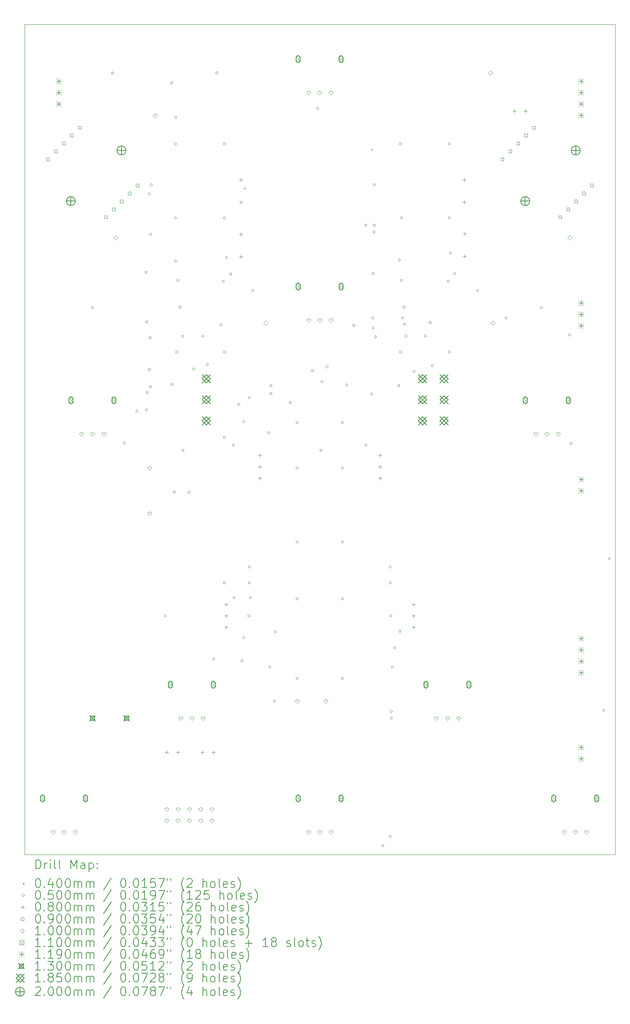
<source format=gbr>
%FSLAX45Y45*%
G04 Gerber Fmt 4.5, Leading zero omitted, Abs format (unit mm)*
G04 Created by KiCad (PCBNEW 6.0.5+dfsg-1~bpo11+1) date 2022-07-21 18:26:45*
%MOMM*%
%LPD*%
G01*
G04 APERTURE LIST*
%TA.AperFunction,Profile*%
%ADD10C,0.050000*%
%TD*%
%ADD11C,0.200000*%
%ADD12C,0.040000*%
%ADD13C,0.050000*%
%ADD14C,0.080000*%
%ADD15C,0.090000*%
%ADD16C,0.100000*%
%ADD17C,0.110000*%
%ADD18C,0.119000*%
%ADD19C,0.130000*%
%ADD20C,0.185000*%
G04 APERTURE END LIST*
D10*
X17208500Y-4191000D02*
X4000500Y-4191000D01*
X17208500Y-22733000D02*
X17208500Y-4191000D01*
X4000500Y-4191000D02*
X4000500Y-22733000D01*
X4000500Y-22733000D02*
X17208500Y-22733000D01*
D11*
D12*
X8908100Y-7828600D02*
X8948100Y-7868600D01*
X8948100Y-7828600D02*
X8908100Y-7868600D01*
X11752900Y-6965000D02*
X11792900Y-7005000D01*
X11792900Y-6965000D02*
X11752900Y-7005000D01*
D13*
X5549500Y-10515600D02*
G75*
G03*
X5549500Y-10515600I-25000J0D01*
G01*
X5994000Y-5277551D02*
G75*
G03*
X5994000Y-5277551I-25000J0D01*
G01*
X6260700Y-13538200D02*
G75*
G03*
X6260700Y-13538200I-25000J0D01*
G01*
X6540100Y-12827000D02*
G75*
G03*
X6540100Y-12827000I-25000J0D01*
G01*
X6747250Y-9725170D02*
G75*
G03*
X6747250Y-9725170I-25000J0D01*
G01*
X6755069Y-12798099D02*
G75*
G03*
X6755069Y-12798099I-25000J0D01*
G01*
X6756000Y-10833100D02*
G75*
G03*
X6756000Y-10833100I-25000J0D01*
G01*
X6767525Y-12409075D02*
G75*
G03*
X6767525Y-12409075I-25000J0D01*
G01*
X6819500Y-7975600D02*
G75*
G03*
X6819500Y-7975600I-25000J0D01*
G01*
X6819500Y-11899900D02*
G75*
G03*
X6819500Y-11899900I-25000J0D01*
G01*
X6832200Y-11188700D02*
G75*
G03*
X6832200Y-11188700I-25000J0D01*
G01*
X6844900Y-12280900D02*
G75*
G03*
X6844900Y-12280900I-25000J0D01*
G01*
X6847819Y-8874381D02*
G75*
G03*
X6847819Y-8874381I-25000J0D01*
G01*
X6857600Y-7772400D02*
G75*
G03*
X6857600Y-7772400I-25000J0D01*
G01*
X7175100Y-17399000D02*
G75*
G03*
X7175100Y-17399000I-25000J0D01*
G01*
X7314800Y-5499100D02*
G75*
G03*
X7314800Y-5499100I-25000J0D01*
G01*
X7327500Y-12230100D02*
G75*
G03*
X7327500Y-12230100I-25000J0D01*
G01*
X7373220Y-14635480D02*
G75*
G03*
X7373220Y-14635480I-25000J0D01*
G01*
X7403700Y-6858000D02*
G75*
G03*
X7403700Y-6858000I-25000J0D01*
G01*
X7403700Y-8509000D02*
G75*
G03*
X7403700Y-8509000I-25000J0D01*
G01*
X7403700Y-9474200D02*
G75*
G03*
X7403700Y-9474200I-25000J0D01*
G01*
X7410050Y-6267450D02*
G75*
G03*
X7410050Y-6267450I-25000J0D01*
G01*
X7429100Y-11506200D02*
G75*
G03*
X7429100Y-11506200I-25000J0D01*
G01*
X7454500Y-9906000D02*
G75*
G03*
X7454500Y-9906000I-25000J0D01*
G01*
X7505300Y-10502900D02*
G75*
G03*
X7505300Y-10502900I-25000J0D01*
G01*
X7556100Y-11150600D02*
G75*
G03*
X7556100Y-11150600I-25000J0D01*
G01*
X7568800Y-13703300D02*
G75*
G03*
X7568800Y-13703300I-25000J0D01*
G01*
X7703420Y-14640560D02*
G75*
G03*
X7703420Y-14640560I-25000J0D01*
G01*
X7810100Y-11887200D02*
G75*
G03*
X7810100Y-11887200I-25000J0D01*
G01*
X8013300Y-11150600D02*
G75*
G03*
X8013300Y-11150600I-25000J0D01*
G01*
X8114900Y-11785600D02*
G75*
G03*
X8114900Y-11785600I-25000J0D01*
G01*
X8254600Y-18364200D02*
G75*
G03*
X8254600Y-18364200I-25000J0D01*
G01*
X8325200Y-5270500D02*
G75*
G03*
X8325200Y-5270500I-25000J0D01*
G01*
X8419700Y-10896600D02*
G75*
G03*
X8419700Y-10896600I-25000J0D01*
G01*
X8470500Y-9931400D02*
G75*
G03*
X8470500Y-9931400I-25000J0D01*
G01*
X8495900Y-6858000D02*
G75*
G03*
X8495900Y-6858000I-25000J0D01*
G01*
X8495900Y-8509000D02*
G75*
G03*
X8495900Y-8509000I-25000J0D01*
G01*
X8495900Y-11506200D02*
G75*
G03*
X8495900Y-11506200I-25000J0D01*
G01*
X8495900Y-13411200D02*
G75*
G03*
X8495900Y-13411200I-25000J0D01*
G01*
X8495900Y-16662400D02*
G75*
G03*
X8495900Y-16662400I-25000J0D01*
G01*
X8546700Y-9398000D02*
G75*
G03*
X8546700Y-9398000I-25000J0D01*
G01*
X8635600Y-9766300D02*
G75*
G03*
X8635600Y-9766300I-25000J0D01*
G01*
X8699100Y-13589000D02*
G75*
G03*
X8699100Y-13589000I-25000J0D01*
G01*
X8711800Y-16992600D02*
G75*
G03*
X8711800Y-16992600I-25000J0D01*
G01*
X8818480Y-12679680D02*
G75*
G03*
X8818480Y-12679680I-25000J0D01*
G01*
X8889600Y-18402300D02*
G75*
G03*
X8889600Y-18402300I-25000J0D01*
G01*
X8927700Y-13055600D02*
G75*
G03*
X8927700Y-13055600I-25000J0D01*
G01*
X8927700Y-17881600D02*
G75*
G03*
X8927700Y-17881600I-25000J0D01*
G01*
X9042000Y-17399000D02*
G75*
G03*
X9042000Y-17399000I-25000J0D01*
G01*
X9054700Y-12522200D02*
G75*
G03*
X9054700Y-12522200I-25000J0D01*
G01*
X9054700Y-16306800D02*
G75*
G03*
X9054700Y-16306800I-25000J0D01*
G01*
X9054700Y-16662400D02*
G75*
G03*
X9054700Y-16662400I-25000J0D01*
G01*
X9080100Y-16992600D02*
G75*
G03*
X9080100Y-16992600I-25000J0D01*
G01*
X9130900Y-10134600D02*
G75*
G03*
X9130900Y-10134600I-25000J0D01*
G01*
X9486500Y-13309600D02*
G75*
G03*
X9486500Y-13309600I-25000J0D01*
G01*
X9511900Y-18542000D02*
G75*
G03*
X9511900Y-18542000I-25000J0D01*
G01*
X9536050Y-12255500D02*
G75*
G03*
X9536050Y-12255500I-25000J0D01*
G01*
X9536050Y-12433300D02*
G75*
G03*
X9536050Y-12433300I-25000J0D01*
G01*
X9613500Y-19304000D02*
G75*
G03*
X9613500Y-19304000I-25000J0D01*
G01*
X9638900Y-17754600D02*
G75*
G03*
X9638900Y-17754600I-25000J0D01*
G01*
X9969100Y-12636500D02*
G75*
G03*
X9969100Y-12636500I-25000J0D01*
G01*
X10121500Y-13081000D02*
G75*
G03*
X10121500Y-13081000I-25000J0D01*
G01*
X10121500Y-14097000D02*
G75*
G03*
X10121500Y-14097000I-25000J0D01*
G01*
X10121500Y-15748000D02*
G75*
G03*
X10121500Y-15748000I-25000J0D01*
G01*
X10121500Y-17018000D02*
G75*
G03*
X10121500Y-17018000I-25000J0D01*
G01*
X10121500Y-18796000D02*
G75*
G03*
X10121500Y-18796000I-25000J0D01*
G01*
X10469011Y-11921350D02*
G75*
G03*
X10469011Y-11921350I-25000J0D01*
G01*
X10578700Y-6070600D02*
G75*
G03*
X10578700Y-6070600I-25000J0D01*
G01*
X10654900Y-13703300D02*
G75*
G03*
X10654900Y-13703300I-25000J0D01*
G01*
X10680300Y-12166600D02*
G75*
G03*
X10680300Y-12166600I-25000J0D01*
G01*
X10788500Y-11836400D02*
G75*
G03*
X10788500Y-11836400I-25000J0D01*
G01*
X11137500Y-13081000D02*
G75*
G03*
X11137500Y-13081000I-25000J0D01*
G01*
X11137500Y-14097000D02*
G75*
G03*
X11137500Y-14097000I-25000J0D01*
G01*
X11137500Y-15748000D02*
G75*
G03*
X11137500Y-15748000I-25000J0D01*
G01*
X11137500Y-17018000D02*
G75*
G03*
X11137500Y-17018000I-25000J0D01*
G01*
X11137500Y-18796000D02*
G75*
G03*
X11137500Y-18796000I-25000J0D01*
G01*
X11226400Y-12242800D02*
G75*
G03*
X11226400Y-12242800I-25000J0D01*
G01*
X11391500Y-10909300D02*
G75*
G03*
X11391500Y-10909300I-25000J0D01*
G01*
X11658200Y-8674100D02*
G75*
G03*
X11658200Y-8674100I-25000J0D01*
G01*
X11658200Y-13589000D02*
G75*
G03*
X11658200Y-13589000I-25000J0D01*
G01*
X11785200Y-12446000D02*
G75*
G03*
X11785200Y-12446000I-25000J0D01*
G01*
X11810600Y-10744200D02*
G75*
G03*
X11810600Y-10744200I-25000J0D01*
G01*
X11823300Y-9753600D02*
G75*
G03*
X11823300Y-9753600I-25000J0D01*
G01*
X11823300Y-10972800D02*
G75*
G03*
X11823300Y-10972800I-25000J0D01*
G01*
X11836000Y-8826500D02*
G75*
G03*
X11836000Y-8826500I-25000J0D01*
G01*
X11848700Y-7772400D02*
G75*
G03*
X11848700Y-7772400I-25000J0D01*
G01*
X11848700Y-8674100D02*
G75*
G03*
X11848700Y-8674100I-25000J0D01*
G01*
X11873900Y-11165378D02*
G75*
G03*
X11873900Y-11165378I-25000J0D01*
G01*
X12040174Y-22528550D02*
G75*
G03*
X12040174Y-22528550I-25000J0D01*
G01*
X12204300Y-16306800D02*
G75*
G03*
X12204300Y-16306800I-25000J0D01*
G01*
X12204300Y-16662400D02*
G75*
G03*
X12204300Y-16662400I-25000J0D01*
G01*
X12204300Y-22326600D02*
G75*
G03*
X12204300Y-22326600I-25000J0D01*
G01*
X12217000Y-17399000D02*
G75*
G03*
X12217000Y-17399000I-25000J0D01*
G01*
X12229700Y-19532600D02*
G75*
G03*
X12229700Y-19532600I-25000J0D01*
G01*
X12229700Y-19685000D02*
G75*
G03*
X12229700Y-19685000I-25000J0D01*
G01*
X12255100Y-18542000D02*
G75*
G03*
X12255100Y-18542000I-25000J0D01*
G01*
X12305900Y-18110200D02*
G75*
G03*
X12305900Y-18110200I-25000J0D01*
G01*
X12394800Y-12255500D02*
G75*
G03*
X12394800Y-12255500I-25000J0D01*
G01*
X12407500Y-9448800D02*
G75*
G03*
X12407500Y-9448800I-25000J0D01*
G01*
X12420200Y-17741900D02*
G75*
G03*
X12420200Y-17741900I-25000J0D01*
G01*
X12432900Y-6858000D02*
G75*
G03*
X12432900Y-6858000I-25000J0D01*
G01*
X12432900Y-11506200D02*
G75*
G03*
X12432900Y-11506200I-25000J0D01*
G01*
X12458300Y-8509000D02*
G75*
G03*
X12458300Y-8509000I-25000J0D01*
G01*
X12458300Y-9906000D02*
G75*
G03*
X12458300Y-9906000I-25000J0D01*
G01*
X12483700Y-10744200D02*
G75*
G03*
X12483700Y-10744200I-25000J0D01*
G01*
X12509100Y-10502900D02*
G75*
G03*
X12509100Y-10502900I-25000J0D01*
G01*
X12521800Y-10883900D02*
G75*
G03*
X12521800Y-10883900I-25000J0D01*
G01*
X12559900Y-11150600D02*
G75*
G03*
X12559900Y-11150600I-25000J0D01*
G01*
X12737700Y-11938000D02*
G75*
G03*
X12737700Y-11938000I-25000J0D01*
G01*
X12991700Y-11150600D02*
G75*
G03*
X12991700Y-11150600I-25000J0D01*
G01*
X13099650Y-10852150D02*
G75*
G03*
X13099650Y-10852150I-25000J0D01*
G01*
X13144100Y-11811000D02*
G75*
G03*
X13144100Y-11811000I-25000J0D01*
G01*
X13499700Y-9931400D02*
G75*
G03*
X13499700Y-9931400I-25000J0D01*
G01*
X13525100Y-6858000D02*
G75*
G03*
X13525100Y-6858000I-25000J0D01*
G01*
X13525100Y-8509000D02*
G75*
G03*
X13525100Y-8509000I-25000J0D01*
G01*
X13525100Y-11506200D02*
G75*
G03*
X13525100Y-11506200I-25000J0D01*
G01*
X13550500Y-9296400D02*
G75*
G03*
X13550500Y-9296400I-25000J0D01*
G01*
X13639400Y-9753600D02*
G75*
G03*
X13639400Y-9753600I-25000J0D01*
G01*
X14160100Y-10134600D02*
G75*
G03*
X14160100Y-10134600I-25000J0D01*
G01*
X14795100Y-10744200D02*
G75*
G03*
X14795100Y-10744200I-25000J0D01*
G01*
X15582500Y-10515600D02*
G75*
G03*
X15582500Y-10515600I-25000J0D01*
G01*
X16217500Y-11125200D02*
G75*
G03*
X16217500Y-11125200I-25000J0D01*
G01*
X16242900Y-13550900D02*
G75*
G03*
X16242900Y-13550900I-25000J0D01*
G01*
X16979500Y-19507200D02*
G75*
G03*
X16979500Y-19507200I-25000J0D01*
G01*
X17106340Y-16121380D02*
G75*
G03*
X17106340Y-16121380I-25000J0D01*
G01*
D14*
X7179500Y-20407000D02*
X7179500Y-20487000D01*
X7139500Y-20447000D02*
X7219500Y-20447000D01*
X7429500Y-20407000D02*
X7429500Y-20487000D01*
X7389500Y-20447000D02*
X7469500Y-20447000D01*
X7977500Y-20407000D02*
X7977500Y-20487000D01*
X7937500Y-20447000D02*
X8017500Y-20447000D01*
X8227500Y-20407000D02*
X8227500Y-20487000D01*
X8187500Y-20447000D02*
X8267500Y-20447000D01*
X8509000Y-17105000D02*
X8509000Y-17185000D01*
X8469000Y-17145000D02*
X8549000Y-17145000D01*
X8509000Y-17359000D02*
X8509000Y-17439000D01*
X8469000Y-17399000D02*
X8549000Y-17399000D01*
X8509000Y-17613000D02*
X8509000Y-17693000D01*
X8469000Y-17653000D02*
X8549000Y-17653000D01*
X8839200Y-7622100D02*
X8839200Y-7702100D01*
X8799200Y-7662100D02*
X8879200Y-7662100D01*
X8839200Y-8122100D02*
X8839200Y-8202100D01*
X8799200Y-8162100D02*
X8879200Y-8162100D01*
X8839200Y-8837300D02*
X8839200Y-8917300D01*
X8799200Y-8877300D02*
X8879200Y-8877300D01*
X8839200Y-9337300D02*
X8839200Y-9417300D01*
X8799200Y-9377300D02*
X8879200Y-9377300D01*
X9258300Y-13776600D02*
X9258300Y-13856600D01*
X9218300Y-13816600D02*
X9298300Y-13816600D01*
X9258300Y-14030600D02*
X9258300Y-14110600D01*
X9218300Y-14070600D02*
X9298300Y-14070600D01*
X9258300Y-14284600D02*
X9258300Y-14364600D01*
X9218300Y-14324600D02*
X9298300Y-14324600D01*
X11950700Y-13777600D02*
X11950700Y-13857600D01*
X11910700Y-13817600D02*
X11990700Y-13817600D01*
X11950700Y-14031600D02*
X11950700Y-14111600D01*
X11910700Y-14071600D02*
X11990700Y-14071600D01*
X11950700Y-14285600D02*
X11950700Y-14365600D01*
X11910700Y-14325600D02*
X11990700Y-14325600D01*
X12700000Y-17104000D02*
X12700000Y-17184000D01*
X12660000Y-17144000D02*
X12740000Y-17144000D01*
X12700000Y-17358000D02*
X12700000Y-17438000D01*
X12660000Y-17398000D02*
X12740000Y-17398000D01*
X12700000Y-17612000D02*
X12700000Y-17692000D01*
X12660000Y-17652000D02*
X12740000Y-17652000D01*
X13830300Y-7618100D02*
X13830300Y-7698100D01*
X13790300Y-7658100D02*
X13870300Y-7658100D01*
X13830300Y-8118100D02*
X13830300Y-8198100D01*
X13790300Y-8158100D02*
X13870300Y-8158100D01*
X13843000Y-8824600D02*
X13843000Y-8904600D01*
X13803000Y-8864600D02*
X13883000Y-8864600D01*
X13843000Y-9324600D02*
X13843000Y-9404600D01*
X13803000Y-9364600D02*
X13883000Y-9364600D01*
X14954980Y-6086480D02*
X14954980Y-6166480D01*
X14914980Y-6126480D02*
X14994980Y-6126480D01*
X15204980Y-6086480D02*
X15204980Y-6166480D01*
X15164980Y-6126480D02*
X15244980Y-6126480D01*
D15*
X4555764Y-7231371D02*
X4555764Y-7167731D01*
X4492124Y-7167731D01*
X4492124Y-7231371D01*
X4555764Y-7231371D01*
X4732541Y-7054594D02*
X4732541Y-6990954D01*
X4668901Y-6990954D01*
X4668901Y-7054594D01*
X4732541Y-7054594D01*
X4909317Y-6877817D02*
X4909317Y-6814177D01*
X4845677Y-6814177D01*
X4845677Y-6877817D01*
X4909317Y-6877817D01*
X5086094Y-6701041D02*
X5086094Y-6637400D01*
X5022454Y-6637400D01*
X5022454Y-6701041D01*
X5086094Y-6701041D01*
X5262871Y-6524264D02*
X5262871Y-6460624D01*
X5199231Y-6460624D01*
X5199231Y-6524264D01*
X5262871Y-6524264D01*
X5849769Y-8525376D02*
X5849769Y-8461736D01*
X5786129Y-8461736D01*
X5786129Y-8525376D01*
X5849769Y-8525376D01*
X6026546Y-8348599D02*
X6026546Y-8284959D01*
X5962906Y-8284959D01*
X5962906Y-8348599D01*
X6026546Y-8348599D01*
X6203323Y-8171823D02*
X6203323Y-8108183D01*
X6139683Y-8108183D01*
X6139683Y-8171823D01*
X6203323Y-8171823D01*
X6380099Y-7995046D02*
X6380099Y-7931406D01*
X6316459Y-7931406D01*
X6316459Y-7995046D01*
X6380099Y-7995046D01*
X6556876Y-7818269D02*
X6556876Y-7754629D01*
X6493236Y-7754629D01*
X6493236Y-7818269D01*
X6556876Y-7818269D01*
X14715764Y-7231371D02*
X14715764Y-7167731D01*
X14652124Y-7167731D01*
X14652124Y-7231371D01*
X14715764Y-7231371D01*
X14892541Y-7054594D02*
X14892541Y-6990954D01*
X14828900Y-6990954D01*
X14828900Y-7054594D01*
X14892541Y-7054594D01*
X15069317Y-6877817D02*
X15069317Y-6814177D01*
X15005677Y-6814177D01*
X15005677Y-6877817D01*
X15069317Y-6877817D01*
X15246094Y-6701041D02*
X15246094Y-6637400D01*
X15182454Y-6637400D01*
X15182454Y-6701041D01*
X15246094Y-6701041D01*
X15422871Y-6524264D02*
X15422871Y-6460624D01*
X15359231Y-6460624D01*
X15359231Y-6524264D01*
X15422871Y-6524264D01*
X16009769Y-8525376D02*
X16009769Y-8461736D01*
X15946129Y-8461736D01*
X15946129Y-8525376D01*
X16009769Y-8525376D01*
X16186546Y-8348599D02*
X16186546Y-8284959D01*
X16122906Y-8284959D01*
X16122906Y-8348599D01*
X16186546Y-8348599D01*
X16363323Y-8171823D02*
X16363323Y-8108183D01*
X16299683Y-8108183D01*
X16299683Y-8171823D01*
X16363323Y-8171823D01*
X16540099Y-7995046D02*
X16540099Y-7931406D01*
X16476459Y-7931406D01*
X16476459Y-7995046D01*
X16540099Y-7995046D01*
X16716876Y-7818269D02*
X16716876Y-7754629D01*
X16653236Y-7754629D01*
X16653236Y-7818269D01*
X16716876Y-7818269D01*
D16*
X4635500Y-22275000D02*
X4685500Y-22225000D01*
X4635500Y-22175000D01*
X4585500Y-22225000D01*
X4635500Y-22275000D01*
X4885500Y-22275000D02*
X4935500Y-22225000D01*
X4885500Y-22175000D01*
X4835500Y-22225000D01*
X4885500Y-22275000D01*
X5135500Y-22275000D02*
X5185500Y-22225000D01*
X5135500Y-22175000D01*
X5085500Y-22225000D01*
X5135500Y-22275000D01*
X5270500Y-13385000D02*
X5320500Y-13335000D01*
X5270500Y-13285000D01*
X5220500Y-13335000D01*
X5270500Y-13385000D01*
X5520500Y-13385000D02*
X5570500Y-13335000D01*
X5520500Y-13285000D01*
X5470500Y-13335000D01*
X5520500Y-13385000D01*
X5770500Y-13385000D02*
X5820500Y-13335000D01*
X5770500Y-13285000D01*
X5720500Y-13335000D01*
X5770500Y-13385000D01*
X6032500Y-9003500D02*
X6082500Y-8953500D01*
X6032500Y-8903500D01*
X5982500Y-8953500D01*
X6032500Y-9003500D01*
X6794500Y-14147000D02*
X6844500Y-14097000D01*
X6794500Y-14047000D01*
X6744500Y-14097000D01*
X6794500Y-14147000D01*
X6794500Y-15163000D02*
X6844500Y-15113000D01*
X6794500Y-15063000D01*
X6744500Y-15113000D01*
X6794500Y-15163000D01*
X6921500Y-6273000D02*
X6971500Y-6223000D01*
X6921500Y-6173000D01*
X6871500Y-6223000D01*
X6921500Y-6273000D01*
X7175500Y-21767000D02*
X7225500Y-21717000D01*
X7175500Y-21667000D01*
X7125500Y-21717000D01*
X7175500Y-21767000D01*
X7175500Y-22021000D02*
X7225500Y-21971000D01*
X7175500Y-21921000D01*
X7125500Y-21971000D01*
X7175500Y-22021000D01*
X7429500Y-21767000D02*
X7479500Y-21717000D01*
X7429500Y-21667000D01*
X7379500Y-21717000D01*
X7429500Y-21767000D01*
X7429500Y-22021000D02*
X7479500Y-21971000D01*
X7429500Y-21921000D01*
X7379500Y-21971000D01*
X7429500Y-22021000D01*
X7493000Y-19735000D02*
X7543000Y-19685000D01*
X7493000Y-19635000D01*
X7443000Y-19685000D01*
X7493000Y-19735000D01*
X7683500Y-21767000D02*
X7733500Y-21717000D01*
X7683500Y-21667000D01*
X7633500Y-21717000D01*
X7683500Y-21767000D01*
X7683500Y-22021000D02*
X7733500Y-21971000D01*
X7683500Y-21921000D01*
X7633500Y-21971000D01*
X7683500Y-22021000D01*
X7743000Y-19735000D02*
X7793000Y-19685000D01*
X7743000Y-19635000D01*
X7693000Y-19685000D01*
X7743000Y-19735000D01*
X7937500Y-21767000D02*
X7987500Y-21717000D01*
X7937500Y-21667000D01*
X7887500Y-21717000D01*
X7937500Y-21767000D01*
X7937500Y-22021000D02*
X7987500Y-21971000D01*
X7937500Y-21921000D01*
X7887500Y-21971000D01*
X7937500Y-22021000D01*
X7993000Y-19735000D02*
X8043000Y-19685000D01*
X7993000Y-19635000D01*
X7943000Y-19685000D01*
X7993000Y-19735000D01*
X8191500Y-21767000D02*
X8241500Y-21717000D01*
X8191500Y-21667000D01*
X8141500Y-21717000D01*
X8191500Y-21767000D01*
X8191500Y-22021000D02*
X8241500Y-21971000D01*
X8191500Y-21921000D01*
X8141500Y-21971000D01*
X8191500Y-22021000D01*
X9398000Y-10908500D02*
X9448000Y-10858500D01*
X9398000Y-10808500D01*
X9348000Y-10858500D01*
X9398000Y-10908500D01*
X10096500Y-19354000D02*
X10146500Y-19304000D01*
X10096500Y-19254000D01*
X10046500Y-19304000D01*
X10096500Y-19354000D01*
X10350500Y-5765000D02*
X10400500Y-5715000D01*
X10350500Y-5665000D01*
X10300500Y-5715000D01*
X10350500Y-5765000D01*
X10350500Y-10845000D02*
X10400500Y-10795000D01*
X10350500Y-10745000D01*
X10300500Y-10795000D01*
X10350500Y-10845000D01*
X10350500Y-22275000D02*
X10400500Y-22225000D01*
X10350500Y-22175000D01*
X10300500Y-22225000D01*
X10350500Y-22275000D01*
X10600500Y-5765000D02*
X10650500Y-5715000D01*
X10600500Y-5665000D01*
X10550500Y-5715000D01*
X10600500Y-5765000D01*
X10600500Y-10845000D02*
X10650500Y-10795000D01*
X10600500Y-10745000D01*
X10550500Y-10795000D01*
X10600500Y-10845000D01*
X10600500Y-22275000D02*
X10650500Y-22225000D01*
X10600500Y-22175000D01*
X10550500Y-22225000D01*
X10600500Y-22275000D01*
X10731500Y-19354000D02*
X10781500Y-19304000D01*
X10731500Y-19254000D01*
X10681500Y-19304000D01*
X10731500Y-19354000D01*
X10850500Y-5765000D02*
X10900500Y-5715000D01*
X10850500Y-5665000D01*
X10800500Y-5715000D01*
X10850500Y-5765000D01*
X10850500Y-10845000D02*
X10900500Y-10795000D01*
X10850500Y-10745000D01*
X10800500Y-10795000D01*
X10850500Y-10845000D01*
X10850500Y-22275000D02*
X10900500Y-22225000D01*
X10850500Y-22175000D01*
X10800500Y-22225000D01*
X10850500Y-22275000D01*
X13208000Y-19735000D02*
X13258000Y-19685000D01*
X13208000Y-19635000D01*
X13158000Y-19685000D01*
X13208000Y-19735000D01*
X13458000Y-19735000D02*
X13508000Y-19685000D01*
X13458000Y-19635000D01*
X13408000Y-19685000D01*
X13458000Y-19735000D01*
X13708000Y-19735000D02*
X13758000Y-19685000D01*
X13708000Y-19635000D01*
X13658000Y-19685000D01*
X13708000Y-19735000D01*
X14414500Y-5320500D02*
X14464500Y-5270500D01*
X14414500Y-5220500D01*
X14364500Y-5270500D01*
X14414500Y-5320500D01*
X14478000Y-10908500D02*
X14528000Y-10858500D01*
X14478000Y-10808500D01*
X14428000Y-10858500D01*
X14478000Y-10908500D01*
X15430500Y-13385000D02*
X15480500Y-13335000D01*
X15430500Y-13285000D01*
X15380500Y-13335000D01*
X15430500Y-13385000D01*
X15680500Y-13385000D02*
X15730500Y-13335000D01*
X15680500Y-13285000D01*
X15630500Y-13335000D01*
X15680500Y-13385000D01*
X15930500Y-13385000D02*
X15980500Y-13335000D01*
X15930500Y-13285000D01*
X15880500Y-13335000D01*
X15930500Y-13385000D01*
X16065500Y-22275000D02*
X16115500Y-22225000D01*
X16065500Y-22175000D01*
X16015500Y-22225000D01*
X16065500Y-22275000D01*
X16192500Y-9003500D02*
X16242500Y-8953500D01*
X16192500Y-8903500D01*
X16142500Y-8953500D01*
X16192500Y-9003500D01*
X16315500Y-22275000D02*
X16365500Y-22225000D01*
X16315500Y-22175000D01*
X16265500Y-22225000D01*
X16315500Y-22275000D01*
X16565500Y-22275000D02*
X16615500Y-22225000D01*
X16565500Y-22175000D01*
X16515500Y-22225000D01*
X16565500Y-22275000D01*
D17*
X4350500Y-21420000D02*
X4460500Y-21530000D01*
X4460500Y-21420000D02*
X4350500Y-21530000D01*
X4460500Y-21475000D02*
G75*
G03*
X4460500Y-21475000I-55000J0D01*
G01*
D11*
X4450500Y-21510000D02*
X4450500Y-21440000D01*
X4360500Y-21510000D02*
X4360500Y-21440000D01*
X4450500Y-21440000D02*
G75*
G03*
X4360500Y-21440000I-45000J0D01*
G01*
X4360500Y-21510000D02*
G75*
G03*
X4450500Y-21510000I45000J0D01*
G01*
D17*
X4985500Y-12530000D02*
X5095500Y-12640000D01*
X5095500Y-12530000D02*
X4985500Y-12640000D01*
X5095500Y-12585000D02*
G75*
G03*
X5095500Y-12585000I-55000J0D01*
G01*
D11*
X5085500Y-12620000D02*
X5085500Y-12550000D01*
X4995500Y-12620000D02*
X4995500Y-12550000D01*
X5085500Y-12550000D02*
G75*
G03*
X4995500Y-12550000I-45000J0D01*
G01*
X4995500Y-12620000D02*
G75*
G03*
X5085500Y-12620000I45000J0D01*
G01*
D17*
X5310500Y-21420000D02*
X5420500Y-21530000D01*
X5420500Y-21420000D02*
X5310500Y-21530000D01*
X5420500Y-21475000D02*
G75*
G03*
X5420500Y-21475000I-55000J0D01*
G01*
D11*
X5410500Y-21510000D02*
X5410500Y-21440000D01*
X5320500Y-21510000D02*
X5320500Y-21440000D01*
X5410500Y-21440000D02*
G75*
G03*
X5320500Y-21440000I-45000J0D01*
G01*
X5320500Y-21510000D02*
G75*
G03*
X5410500Y-21510000I45000J0D01*
G01*
D17*
X5945500Y-12530000D02*
X6055500Y-12640000D01*
X6055500Y-12530000D02*
X5945500Y-12640000D01*
X6055500Y-12585000D02*
G75*
G03*
X6055500Y-12585000I-55000J0D01*
G01*
D11*
X6045500Y-12620000D02*
X6045500Y-12550000D01*
X5955500Y-12620000D02*
X5955500Y-12550000D01*
X6045500Y-12550000D02*
G75*
G03*
X5955500Y-12550000I-45000J0D01*
G01*
X5955500Y-12620000D02*
G75*
G03*
X6045500Y-12620000I45000J0D01*
G01*
D17*
X7208000Y-18880000D02*
X7318000Y-18990000D01*
X7318000Y-18880000D02*
X7208000Y-18990000D01*
X7318000Y-18935000D02*
G75*
G03*
X7318000Y-18935000I-55000J0D01*
G01*
D11*
X7308000Y-18970000D02*
X7308000Y-18900000D01*
X7218000Y-18970000D02*
X7218000Y-18900000D01*
X7308000Y-18900000D02*
G75*
G03*
X7218000Y-18900000I-45000J0D01*
G01*
X7218000Y-18970000D02*
G75*
G03*
X7308000Y-18970000I45000J0D01*
G01*
D17*
X8168000Y-18880000D02*
X8278000Y-18990000D01*
X8278000Y-18880000D02*
X8168000Y-18990000D01*
X8278000Y-18935000D02*
G75*
G03*
X8278000Y-18935000I-55000J0D01*
G01*
D11*
X8268000Y-18970000D02*
X8268000Y-18900000D01*
X8178000Y-18970000D02*
X8178000Y-18900000D01*
X8268000Y-18900000D02*
G75*
G03*
X8178000Y-18900000I-45000J0D01*
G01*
X8178000Y-18970000D02*
G75*
G03*
X8268000Y-18970000I45000J0D01*
G01*
D17*
X10065500Y-4910000D02*
X10175500Y-5020000D01*
X10175500Y-4910000D02*
X10065500Y-5020000D01*
X10175500Y-4965000D02*
G75*
G03*
X10175500Y-4965000I-55000J0D01*
G01*
D11*
X10165500Y-5000000D02*
X10165500Y-4930000D01*
X10075500Y-5000000D02*
X10075500Y-4930000D01*
X10165500Y-4930000D02*
G75*
G03*
X10075500Y-4930000I-45000J0D01*
G01*
X10075500Y-5000000D02*
G75*
G03*
X10165500Y-5000000I45000J0D01*
G01*
D17*
X10065500Y-9990000D02*
X10175500Y-10100000D01*
X10175500Y-9990000D02*
X10065500Y-10100000D01*
X10175500Y-10045000D02*
G75*
G03*
X10175500Y-10045000I-55000J0D01*
G01*
D11*
X10165500Y-10080000D02*
X10165500Y-10010000D01*
X10075500Y-10080000D02*
X10075500Y-10010000D01*
X10165500Y-10010000D02*
G75*
G03*
X10075500Y-10010000I-45000J0D01*
G01*
X10075500Y-10080000D02*
G75*
G03*
X10165500Y-10080000I45000J0D01*
G01*
D17*
X10065500Y-21420000D02*
X10175500Y-21530000D01*
X10175500Y-21420000D02*
X10065500Y-21530000D01*
X10175500Y-21475000D02*
G75*
G03*
X10175500Y-21475000I-55000J0D01*
G01*
D11*
X10165500Y-21510000D02*
X10165500Y-21440000D01*
X10075500Y-21510000D02*
X10075500Y-21440000D01*
X10165500Y-21440000D02*
G75*
G03*
X10075500Y-21440000I-45000J0D01*
G01*
X10075500Y-21510000D02*
G75*
G03*
X10165500Y-21510000I45000J0D01*
G01*
D17*
X11025500Y-4910000D02*
X11135500Y-5020000D01*
X11135500Y-4910000D02*
X11025500Y-5020000D01*
X11135500Y-4965000D02*
G75*
G03*
X11135500Y-4965000I-55000J0D01*
G01*
D11*
X11125500Y-5000000D02*
X11125500Y-4930000D01*
X11035500Y-5000000D02*
X11035500Y-4930000D01*
X11125500Y-4930000D02*
G75*
G03*
X11035500Y-4930000I-45000J0D01*
G01*
X11035500Y-5000000D02*
G75*
G03*
X11125500Y-5000000I45000J0D01*
G01*
D17*
X11025500Y-9990000D02*
X11135500Y-10100000D01*
X11135500Y-9990000D02*
X11025500Y-10100000D01*
X11135500Y-10045000D02*
G75*
G03*
X11135500Y-10045000I-55000J0D01*
G01*
D11*
X11125500Y-10080000D02*
X11125500Y-10010000D01*
X11035500Y-10080000D02*
X11035500Y-10010000D01*
X11125500Y-10010000D02*
G75*
G03*
X11035500Y-10010000I-45000J0D01*
G01*
X11035500Y-10080000D02*
G75*
G03*
X11125500Y-10080000I45000J0D01*
G01*
D17*
X11025500Y-21420000D02*
X11135500Y-21530000D01*
X11135500Y-21420000D02*
X11025500Y-21530000D01*
X11135500Y-21475000D02*
G75*
G03*
X11135500Y-21475000I-55000J0D01*
G01*
D11*
X11125500Y-21510000D02*
X11125500Y-21440000D01*
X11035500Y-21510000D02*
X11035500Y-21440000D01*
X11125500Y-21440000D02*
G75*
G03*
X11035500Y-21440000I-45000J0D01*
G01*
X11035500Y-21510000D02*
G75*
G03*
X11125500Y-21510000I45000J0D01*
G01*
D17*
X12923000Y-18880000D02*
X13033000Y-18990000D01*
X13033000Y-18880000D02*
X12923000Y-18990000D01*
X13033000Y-18935000D02*
G75*
G03*
X13033000Y-18935000I-55000J0D01*
G01*
D11*
X13023000Y-18970000D02*
X13023000Y-18900000D01*
X12933000Y-18970000D02*
X12933000Y-18900000D01*
X13023000Y-18900000D02*
G75*
G03*
X12933000Y-18900000I-45000J0D01*
G01*
X12933000Y-18970000D02*
G75*
G03*
X13023000Y-18970000I45000J0D01*
G01*
D17*
X13883000Y-18880000D02*
X13993000Y-18990000D01*
X13993000Y-18880000D02*
X13883000Y-18990000D01*
X13993000Y-18935000D02*
G75*
G03*
X13993000Y-18935000I-55000J0D01*
G01*
D11*
X13983000Y-18970000D02*
X13983000Y-18900000D01*
X13893000Y-18970000D02*
X13893000Y-18900000D01*
X13983000Y-18900000D02*
G75*
G03*
X13893000Y-18900000I-45000J0D01*
G01*
X13893000Y-18970000D02*
G75*
G03*
X13983000Y-18970000I45000J0D01*
G01*
D17*
X15145500Y-12530000D02*
X15255500Y-12640000D01*
X15255500Y-12530000D02*
X15145500Y-12640000D01*
X15255500Y-12585000D02*
G75*
G03*
X15255500Y-12585000I-55000J0D01*
G01*
D11*
X15245500Y-12620000D02*
X15245500Y-12550000D01*
X15155500Y-12620000D02*
X15155500Y-12550000D01*
X15245500Y-12550000D02*
G75*
G03*
X15155500Y-12550000I-45000J0D01*
G01*
X15155500Y-12620000D02*
G75*
G03*
X15245500Y-12620000I45000J0D01*
G01*
D17*
X15780500Y-21420000D02*
X15890500Y-21530000D01*
X15890500Y-21420000D02*
X15780500Y-21530000D01*
X15890500Y-21475000D02*
G75*
G03*
X15890500Y-21475000I-55000J0D01*
G01*
D11*
X15880500Y-21510000D02*
X15880500Y-21440000D01*
X15790500Y-21510000D02*
X15790500Y-21440000D01*
X15880500Y-21440000D02*
G75*
G03*
X15790500Y-21440000I-45000J0D01*
G01*
X15790500Y-21510000D02*
G75*
G03*
X15880500Y-21510000I45000J0D01*
G01*
D17*
X16105500Y-12530000D02*
X16215500Y-12640000D01*
X16215500Y-12530000D02*
X16105500Y-12640000D01*
X16215500Y-12585000D02*
G75*
G03*
X16215500Y-12585000I-55000J0D01*
G01*
D11*
X16205500Y-12620000D02*
X16205500Y-12550000D01*
X16115500Y-12620000D02*
X16115500Y-12550000D01*
X16205500Y-12550000D02*
G75*
G03*
X16115500Y-12550000I-45000J0D01*
G01*
X16115500Y-12620000D02*
G75*
G03*
X16205500Y-12620000I45000J0D01*
G01*
D17*
X16740500Y-21420000D02*
X16850500Y-21530000D01*
X16850500Y-21420000D02*
X16740500Y-21530000D01*
X16850500Y-21475000D02*
G75*
G03*
X16850500Y-21475000I-55000J0D01*
G01*
D11*
X16840500Y-21510000D02*
X16840500Y-21440000D01*
X16750500Y-21510000D02*
X16750500Y-21440000D01*
X16840500Y-21440000D02*
G75*
G03*
X16750500Y-21440000I-45000J0D01*
G01*
X16750500Y-21510000D02*
G75*
G03*
X16840500Y-21510000I45000J0D01*
G01*
D18*
X4705000Y-5401500D02*
X4824000Y-5520500D01*
X4824000Y-5401500D02*
X4705000Y-5520500D01*
X4764500Y-5401500D02*
X4764500Y-5520500D01*
X4705000Y-5461000D02*
X4824000Y-5461000D01*
X4705000Y-5655500D02*
X4824000Y-5774500D01*
X4824000Y-5655500D02*
X4705000Y-5774500D01*
X4764500Y-5655500D02*
X4764500Y-5774500D01*
X4705000Y-5715000D02*
X4824000Y-5715000D01*
X4705000Y-5909500D02*
X4824000Y-6028500D01*
X4824000Y-5909500D02*
X4705000Y-6028500D01*
X4764500Y-5909500D02*
X4764500Y-6028500D01*
X4705000Y-5969000D02*
X4824000Y-5969000D01*
X16387000Y-5401500D02*
X16506000Y-5520500D01*
X16506000Y-5401500D02*
X16387000Y-5520500D01*
X16446500Y-5401500D02*
X16446500Y-5520500D01*
X16387000Y-5461000D02*
X16506000Y-5461000D01*
X16387000Y-5655500D02*
X16506000Y-5774500D01*
X16506000Y-5655500D02*
X16387000Y-5774500D01*
X16446500Y-5655500D02*
X16446500Y-5774500D01*
X16387000Y-5715000D02*
X16506000Y-5715000D01*
X16387000Y-5909500D02*
X16506000Y-6028500D01*
X16506000Y-5909500D02*
X16387000Y-6028500D01*
X16446500Y-5909500D02*
X16446500Y-6028500D01*
X16387000Y-5969000D02*
X16506000Y-5969000D01*
X16387000Y-6163500D02*
X16506000Y-6282500D01*
X16506000Y-6163500D02*
X16387000Y-6282500D01*
X16446500Y-6163500D02*
X16446500Y-6282500D01*
X16387000Y-6223000D02*
X16506000Y-6223000D01*
X16387000Y-14291500D02*
X16506000Y-14410500D01*
X16506000Y-14291500D02*
X16387000Y-14410500D01*
X16446500Y-14291500D02*
X16446500Y-14410500D01*
X16387000Y-14351000D02*
X16506000Y-14351000D01*
X16387000Y-14545500D02*
X16506000Y-14664500D01*
X16506000Y-14545500D02*
X16387000Y-14664500D01*
X16446500Y-14545500D02*
X16446500Y-14664500D01*
X16387000Y-14605000D02*
X16506000Y-14605000D01*
X16389000Y-17847500D02*
X16508000Y-17966500D01*
X16508000Y-17847500D02*
X16389000Y-17966500D01*
X16448500Y-17847500D02*
X16448500Y-17966500D01*
X16389000Y-17907000D02*
X16508000Y-17907000D01*
X16389000Y-18101500D02*
X16508000Y-18220500D01*
X16508000Y-18101500D02*
X16389000Y-18220500D01*
X16448500Y-18101500D02*
X16448500Y-18220500D01*
X16389000Y-18161000D02*
X16508000Y-18161000D01*
X16389000Y-18355500D02*
X16508000Y-18474500D01*
X16508000Y-18355500D02*
X16389000Y-18474500D01*
X16448500Y-18355500D02*
X16448500Y-18474500D01*
X16389000Y-18415000D02*
X16508000Y-18415000D01*
X16389000Y-18609500D02*
X16508000Y-18728500D01*
X16508000Y-18609500D02*
X16389000Y-18728500D01*
X16448500Y-18609500D02*
X16448500Y-18728500D01*
X16389000Y-18669000D02*
X16508000Y-18669000D01*
X16389000Y-20271500D02*
X16508000Y-20390500D01*
X16508000Y-20271500D02*
X16389000Y-20390500D01*
X16448500Y-20271500D02*
X16448500Y-20390500D01*
X16389000Y-20331000D02*
X16508000Y-20331000D01*
X16389000Y-20525500D02*
X16508000Y-20644500D01*
X16508000Y-20525500D02*
X16389000Y-20644500D01*
X16448500Y-20525500D02*
X16448500Y-20644500D01*
X16389000Y-20585000D02*
X16508000Y-20585000D01*
X16391000Y-10354500D02*
X16510000Y-10473500D01*
X16510000Y-10354500D02*
X16391000Y-10473500D01*
X16450500Y-10354500D02*
X16450500Y-10473500D01*
X16391000Y-10414000D02*
X16510000Y-10414000D01*
X16391000Y-10608500D02*
X16510000Y-10727500D01*
X16510000Y-10608500D02*
X16391000Y-10727500D01*
X16450500Y-10608500D02*
X16450500Y-10727500D01*
X16391000Y-10668000D02*
X16510000Y-10668000D01*
X16391000Y-10862500D02*
X16510000Y-10981500D01*
X16510000Y-10862500D02*
X16391000Y-10981500D01*
X16450500Y-10862500D02*
X16450500Y-10981500D01*
X16391000Y-10922000D02*
X16510000Y-10922000D01*
D19*
X5459500Y-19620000D02*
X5589500Y-19750000D01*
X5589500Y-19620000D02*
X5459500Y-19750000D01*
X5570462Y-19730962D02*
X5570462Y-19639038D01*
X5478538Y-19639038D01*
X5478538Y-19730962D01*
X5570462Y-19730962D01*
X6221500Y-19620000D02*
X6351500Y-19750000D01*
X6351500Y-19620000D02*
X6221500Y-19750000D01*
X6332462Y-19730962D02*
X6332462Y-19639038D01*
X6240538Y-19639038D01*
X6240538Y-19730962D01*
X6332462Y-19730962D01*
D20*
X7972000Y-12010500D02*
X8157000Y-12195500D01*
X8157000Y-12010500D02*
X7972000Y-12195500D01*
X8064500Y-12195500D02*
X8157000Y-12103000D01*
X8064500Y-12010500D01*
X7972000Y-12103000D01*
X8064500Y-12195500D01*
X7972000Y-12480500D02*
X8157000Y-12665500D01*
X8157000Y-12480500D02*
X7972000Y-12665500D01*
X8064500Y-12665500D02*
X8157000Y-12573000D01*
X8064500Y-12480500D01*
X7972000Y-12573000D01*
X8064500Y-12665500D01*
X7972000Y-12950500D02*
X8157000Y-13135500D01*
X8157000Y-12950500D02*
X7972000Y-13135500D01*
X8064500Y-13135500D02*
X8157000Y-13043000D01*
X8064500Y-12950500D01*
X7972000Y-13043000D01*
X8064500Y-13135500D01*
X12810500Y-12010500D02*
X12995500Y-12195500D01*
X12995500Y-12010500D02*
X12810500Y-12195500D01*
X12903000Y-12195500D02*
X12995500Y-12103000D01*
X12903000Y-12010500D01*
X12810500Y-12103000D01*
X12903000Y-12195500D01*
X12810500Y-12480500D02*
X12995500Y-12665500D01*
X12995500Y-12480500D02*
X12810500Y-12665500D01*
X12903000Y-12665500D02*
X12995500Y-12573000D01*
X12903000Y-12480500D01*
X12810500Y-12573000D01*
X12903000Y-12665500D01*
X12810500Y-12950500D02*
X12995500Y-13135500D01*
X12995500Y-12950500D02*
X12810500Y-13135500D01*
X12903000Y-13135500D02*
X12995500Y-13043000D01*
X12903000Y-12950500D01*
X12810500Y-13043000D01*
X12903000Y-13135500D01*
X13293500Y-12010500D02*
X13478500Y-12195500D01*
X13478500Y-12010500D02*
X13293500Y-12195500D01*
X13386000Y-12195500D02*
X13478500Y-12103000D01*
X13386000Y-12010500D01*
X13293500Y-12103000D01*
X13386000Y-12195500D01*
X13293500Y-12480500D02*
X13478500Y-12665500D01*
X13478500Y-12480500D02*
X13293500Y-12665500D01*
X13386000Y-12665500D02*
X13478500Y-12573000D01*
X13386000Y-12480500D01*
X13293500Y-12573000D01*
X13386000Y-12665500D01*
X13293500Y-12950500D02*
X13478500Y-13135500D01*
X13478500Y-12950500D02*
X13293500Y-13135500D01*
X13386000Y-13135500D02*
X13478500Y-13043000D01*
X13386000Y-12950500D01*
X13293500Y-13043000D01*
X13386000Y-13135500D01*
D11*
X5036596Y-8036467D02*
X5036596Y-8236467D01*
X4936596Y-8136467D02*
X5136596Y-8136467D01*
X5136596Y-8136467D02*
G75*
G03*
X5136596Y-8136467I-100000J0D01*
G01*
X6167967Y-6905096D02*
X6167967Y-7105096D01*
X6067967Y-7005096D02*
X6267967Y-7005096D01*
X6267967Y-7005096D02*
G75*
G03*
X6267967Y-7005096I-100000J0D01*
G01*
X15196596Y-8036467D02*
X15196596Y-8236467D01*
X15096596Y-8136467D02*
X15296596Y-8136467D01*
X15296596Y-8136467D02*
G75*
G03*
X15296596Y-8136467I-100000J0D01*
G01*
X16327967Y-6905096D02*
X16327967Y-7105096D01*
X16227967Y-7005096D02*
X16427967Y-7005096D01*
X16427967Y-7005096D02*
G75*
G03*
X16427967Y-7005096I-100000J0D01*
G01*
X4255619Y-23045976D02*
X4255619Y-22845976D01*
X4303238Y-22845976D01*
X4331810Y-22855500D01*
X4350857Y-22874548D01*
X4360381Y-22893595D01*
X4369905Y-22931690D01*
X4369905Y-22960262D01*
X4360381Y-22998357D01*
X4350857Y-23017405D01*
X4331810Y-23036452D01*
X4303238Y-23045976D01*
X4255619Y-23045976D01*
X4455619Y-23045976D02*
X4455619Y-22912643D01*
X4455619Y-22950738D02*
X4465143Y-22931690D01*
X4474667Y-22922167D01*
X4493714Y-22912643D01*
X4512762Y-22912643D01*
X4579429Y-23045976D02*
X4579429Y-22912643D01*
X4579429Y-22845976D02*
X4569905Y-22855500D01*
X4579429Y-22865024D01*
X4588952Y-22855500D01*
X4579429Y-22845976D01*
X4579429Y-22865024D01*
X4703238Y-23045976D02*
X4684190Y-23036452D01*
X4674667Y-23017405D01*
X4674667Y-22845976D01*
X4808000Y-23045976D02*
X4788952Y-23036452D01*
X4779429Y-23017405D01*
X4779429Y-22845976D01*
X5036571Y-23045976D02*
X5036571Y-22845976D01*
X5103238Y-22988833D01*
X5169905Y-22845976D01*
X5169905Y-23045976D01*
X5350857Y-23045976D02*
X5350857Y-22941214D01*
X5341333Y-22922167D01*
X5322286Y-22912643D01*
X5284190Y-22912643D01*
X5265143Y-22922167D01*
X5350857Y-23036452D02*
X5331810Y-23045976D01*
X5284190Y-23045976D01*
X5265143Y-23036452D01*
X5255619Y-23017405D01*
X5255619Y-22998357D01*
X5265143Y-22979309D01*
X5284190Y-22969786D01*
X5331810Y-22969786D01*
X5350857Y-22960262D01*
X5446095Y-22912643D02*
X5446095Y-23112643D01*
X5446095Y-22922167D02*
X5465143Y-22912643D01*
X5503238Y-22912643D01*
X5522286Y-22922167D01*
X5531810Y-22931690D01*
X5541333Y-22950738D01*
X5541333Y-23007881D01*
X5531810Y-23026928D01*
X5522286Y-23036452D01*
X5503238Y-23045976D01*
X5465143Y-23045976D01*
X5446095Y-23036452D01*
X5627048Y-23026928D02*
X5636571Y-23036452D01*
X5627048Y-23045976D01*
X5617524Y-23036452D01*
X5627048Y-23026928D01*
X5627048Y-23045976D01*
X5627048Y-22922167D02*
X5636571Y-22931690D01*
X5627048Y-22941214D01*
X5617524Y-22931690D01*
X5627048Y-22922167D01*
X5627048Y-22941214D01*
D12*
X3958000Y-23355500D02*
X3998000Y-23395500D01*
X3998000Y-23355500D02*
X3958000Y-23395500D01*
D11*
X4293714Y-23265976D02*
X4312762Y-23265976D01*
X4331810Y-23275500D01*
X4341333Y-23285024D01*
X4350857Y-23304071D01*
X4360381Y-23342167D01*
X4360381Y-23389786D01*
X4350857Y-23427881D01*
X4341333Y-23446928D01*
X4331810Y-23456452D01*
X4312762Y-23465976D01*
X4293714Y-23465976D01*
X4274667Y-23456452D01*
X4265143Y-23446928D01*
X4255619Y-23427881D01*
X4246095Y-23389786D01*
X4246095Y-23342167D01*
X4255619Y-23304071D01*
X4265143Y-23285024D01*
X4274667Y-23275500D01*
X4293714Y-23265976D01*
X4446095Y-23446928D02*
X4455619Y-23456452D01*
X4446095Y-23465976D01*
X4436571Y-23456452D01*
X4446095Y-23446928D01*
X4446095Y-23465976D01*
X4627048Y-23332643D02*
X4627048Y-23465976D01*
X4579429Y-23256452D02*
X4531810Y-23399309D01*
X4655619Y-23399309D01*
X4769905Y-23265976D02*
X4788952Y-23265976D01*
X4808000Y-23275500D01*
X4817524Y-23285024D01*
X4827048Y-23304071D01*
X4836571Y-23342167D01*
X4836571Y-23389786D01*
X4827048Y-23427881D01*
X4817524Y-23446928D01*
X4808000Y-23456452D01*
X4788952Y-23465976D01*
X4769905Y-23465976D01*
X4750857Y-23456452D01*
X4741333Y-23446928D01*
X4731810Y-23427881D01*
X4722286Y-23389786D01*
X4722286Y-23342167D01*
X4731810Y-23304071D01*
X4741333Y-23285024D01*
X4750857Y-23275500D01*
X4769905Y-23265976D01*
X4960381Y-23265976D02*
X4979429Y-23265976D01*
X4998476Y-23275500D01*
X5008000Y-23285024D01*
X5017524Y-23304071D01*
X5027048Y-23342167D01*
X5027048Y-23389786D01*
X5017524Y-23427881D01*
X5008000Y-23446928D01*
X4998476Y-23456452D01*
X4979429Y-23465976D01*
X4960381Y-23465976D01*
X4941333Y-23456452D01*
X4931810Y-23446928D01*
X4922286Y-23427881D01*
X4912762Y-23389786D01*
X4912762Y-23342167D01*
X4922286Y-23304071D01*
X4931810Y-23285024D01*
X4941333Y-23275500D01*
X4960381Y-23265976D01*
X5112762Y-23465976D02*
X5112762Y-23332643D01*
X5112762Y-23351690D02*
X5122286Y-23342167D01*
X5141333Y-23332643D01*
X5169905Y-23332643D01*
X5188952Y-23342167D01*
X5198476Y-23361214D01*
X5198476Y-23465976D01*
X5198476Y-23361214D02*
X5208000Y-23342167D01*
X5227048Y-23332643D01*
X5255619Y-23332643D01*
X5274667Y-23342167D01*
X5284190Y-23361214D01*
X5284190Y-23465976D01*
X5379429Y-23465976D02*
X5379429Y-23332643D01*
X5379429Y-23351690D02*
X5388952Y-23342167D01*
X5408000Y-23332643D01*
X5436571Y-23332643D01*
X5455619Y-23342167D01*
X5465143Y-23361214D01*
X5465143Y-23465976D01*
X5465143Y-23361214D02*
X5474667Y-23342167D01*
X5493714Y-23332643D01*
X5522286Y-23332643D01*
X5541333Y-23342167D01*
X5550857Y-23361214D01*
X5550857Y-23465976D01*
X5941333Y-23256452D02*
X5769905Y-23513595D01*
X6198476Y-23265976D02*
X6217524Y-23265976D01*
X6236571Y-23275500D01*
X6246095Y-23285024D01*
X6255619Y-23304071D01*
X6265143Y-23342167D01*
X6265143Y-23389786D01*
X6255619Y-23427881D01*
X6246095Y-23446928D01*
X6236571Y-23456452D01*
X6217524Y-23465976D01*
X6198476Y-23465976D01*
X6179428Y-23456452D01*
X6169905Y-23446928D01*
X6160381Y-23427881D01*
X6150857Y-23389786D01*
X6150857Y-23342167D01*
X6160381Y-23304071D01*
X6169905Y-23285024D01*
X6179428Y-23275500D01*
X6198476Y-23265976D01*
X6350857Y-23446928D02*
X6360381Y-23456452D01*
X6350857Y-23465976D01*
X6341333Y-23456452D01*
X6350857Y-23446928D01*
X6350857Y-23465976D01*
X6484190Y-23265976D02*
X6503238Y-23265976D01*
X6522286Y-23275500D01*
X6531809Y-23285024D01*
X6541333Y-23304071D01*
X6550857Y-23342167D01*
X6550857Y-23389786D01*
X6541333Y-23427881D01*
X6531809Y-23446928D01*
X6522286Y-23456452D01*
X6503238Y-23465976D01*
X6484190Y-23465976D01*
X6465143Y-23456452D01*
X6455619Y-23446928D01*
X6446095Y-23427881D01*
X6436571Y-23389786D01*
X6436571Y-23342167D01*
X6446095Y-23304071D01*
X6455619Y-23285024D01*
X6465143Y-23275500D01*
X6484190Y-23265976D01*
X6741333Y-23465976D02*
X6627048Y-23465976D01*
X6684190Y-23465976D02*
X6684190Y-23265976D01*
X6665143Y-23294548D01*
X6646095Y-23313595D01*
X6627048Y-23323119D01*
X6922286Y-23265976D02*
X6827048Y-23265976D01*
X6817524Y-23361214D01*
X6827048Y-23351690D01*
X6846095Y-23342167D01*
X6893714Y-23342167D01*
X6912762Y-23351690D01*
X6922286Y-23361214D01*
X6931809Y-23380262D01*
X6931809Y-23427881D01*
X6922286Y-23446928D01*
X6912762Y-23456452D01*
X6893714Y-23465976D01*
X6846095Y-23465976D01*
X6827048Y-23456452D01*
X6817524Y-23446928D01*
X6998476Y-23265976D02*
X7131809Y-23265976D01*
X7046095Y-23465976D01*
X7198476Y-23265976D02*
X7198476Y-23304071D01*
X7274667Y-23265976D02*
X7274667Y-23304071D01*
X7569905Y-23542167D02*
X7560381Y-23532643D01*
X7541333Y-23504071D01*
X7531809Y-23485024D01*
X7522286Y-23456452D01*
X7512762Y-23408833D01*
X7512762Y-23370738D01*
X7522286Y-23323119D01*
X7531809Y-23294548D01*
X7541333Y-23275500D01*
X7560381Y-23246928D01*
X7569905Y-23237405D01*
X7636571Y-23285024D02*
X7646095Y-23275500D01*
X7665143Y-23265976D01*
X7712762Y-23265976D01*
X7731809Y-23275500D01*
X7741333Y-23285024D01*
X7750857Y-23304071D01*
X7750857Y-23323119D01*
X7741333Y-23351690D01*
X7627048Y-23465976D01*
X7750857Y-23465976D01*
X7988952Y-23465976D02*
X7988952Y-23265976D01*
X8074667Y-23465976D02*
X8074667Y-23361214D01*
X8065143Y-23342167D01*
X8046095Y-23332643D01*
X8017524Y-23332643D01*
X7998476Y-23342167D01*
X7988952Y-23351690D01*
X8198476Y-23465976D02*
X8179428Y-23456452D01*
X8169905Y-23446928D01*
X8160381Y-23427881D01*
X8160381Y-23370738D01*
X8169905Y-23351690D01*
X8179428Y-23342167D01*
X8198476Y-23332643D01*
X8227048Y-23332643D01*
X8246095Y-23342167D01*
X8255619Y-23351690D01*
X8265143Y-23370738D01*
X8265143Y-23427881D01*
X8255619Y-23446928D01*
X8246095Y-23456452D01*
X8227048Y-23465976D01*
X8198476Y-23465976D01*
X8379428Y-23465976D02*
X8360381Y-23456452D01*
X8350857Y-23437405D01*
X8350857Y-23265976D01*
X8531810Y-23456452D02*
X8512762Y-23465976D01*
X8474667Y-23465976D01*
X8455619Y-23456452D01*
X8446095Y-23437405D01*
X8446095Y-23361214D01*
X8455619Y-23342167D01*
X8474667Y-23332643D01*
X8512762Y-23332643D01*
X8531810Y-23342167D01*
X8541333Y-23361214D01*
X8541333Y-23380262D01*
X8446095Y-23399309D01*
X8617524Y-23456452D02*
X8636571Y-23465976D01*
X8674667Y-23465976D01*
X8693714Y-23456452D01*
X8703238Y-23437405D01*
X8703238Y-23427881D01*
X8693714Y-23408833D01*
X8674667Y-23399309D01*
X8646095Y-23399309D01*
X8627048Y-23389786D01*
X8617524Y-23370738D01*
X8617524Y-23361214D01*
X8627048Y-23342167D01*
X8646095Y-23332643D01*
X8674667Y-23332643D01*
X8693714Y-23342167D01*
X8769905Y-23542167D02*
X8779429Y-23532643D01*
X8798476Y-23504071D01*
X8808000Y-23485024D01*
X8817524Y-23456452D01*
X8827048Y-23408833D01*
X8827048Y-23370738D01*
X8817524Y-23323119D01*
X8808000Y-23294548D01*
X8798476Y-23275500D01*
X8779429Y-23246928D01*
X8769905Y-23237405D01*
D13*
X3998000Y-23639500D02*
G75*
G03*
X3998000Y-23639500I-25000J0D01*
G01*
D11*
X4293714Y-23529976D02*
X4312762Y-23529976D01*
X4331810Y-23539500D01*
X4341333Y-23549024D01*
X4350857Y-23568071D01*
X4360381Y-23606167D01*
X4360381Y-23653786D01*
X4350857Y-23691881D01*
X4341333Y-23710928D01*
X4331810Y-23720452D01*
X4312762Y-23729976D01*
X4293714Y-23729976D01*
X4274667Y-23720452D01*
X4265143Y-23710928D01*
X4255619Y-23691881D01*
X4246095Y-23653786D01*
X4246095Y-23606167D01*
X4255619Y-23568071D01*
X4265143Y-23549024D01*
X4274667Y-23539500D01*
X4293714Y-23529976D01*
X4446095Y-23710928D02*
X4455619Y-23720452D01*
X4446095Y-23729976D01*
X4436571Y-23720452D01*
X4446095Y-23710928D01*
X4446095Y-23729976D01*
X4636571Y-23529976D02*
X4541333Y-23529976D01*
X4531810Y-23625214D01*
X4541333Y-23615690D01*
X4560381Y-23606167D01*
X4608000Y-23606167D01*
X4627048Y-23615690D01*
X4636571Y-23625214D01*
X4646095Y-23644262D01*
X4646095Y-23691881D01*
X4636571Y-23710928D01*
X4627048Y-23720452D01*
X4608000Y-23729976D01*
X4560381Y-23729976D01*
X4541333Y-23720452D01*
X4531810Y-23710928D01*
X4769905Y-23529976D02*
X4788952Y-23529976D01*
X4808000Y-23539500D01*
X4817524Y-23549024D01*
X4827048Y-23568071D01*
X4836571Y-23606167D01*
X4836571Y-23653786D01*
X4827048Y-23691881D01*
X4817524Y-23710928D01*
X4808000Y-23720452D01*
X4788952Y-23729976D01*
X4769905Y-23729976D01*
X4750857Y-23720452D01*
X4741333Y-23710928D01*
X4731810Y-23691881D01*
X4722286Y-23653786D01*
X4722286Y-23606167D01*
X4731810Y-23568071D01*
X4741333Y-23549024D01*
X4750857Y-23539500D01*
X4769905Y-23529976D01*
X4960381Y-23529976D02*
X4979429Y-23529976D01*
X4998476Y-23539500D01*
X5008000Y-23549024D01*
X5017524Y-23568071D01*
X5027048Y-23606167D01*
X5027048Y-23653786D01*
X5017524Y-23691881D01*
X5008000Y-23710928D01*
X4998476Y-23720452D01*
X4979429Y-23729976D01*
X4960381Y-23729976D01*
X4941333Y-23720452D01*
X4931810Y-23710928D01*
X4922286Y-23691881D01*
X4912762Y-23653786D01*
X4912762Y-23606167D01*
X4922286Y-23568071D01*
X4931810Y-23549024D01*
X4941333Y-23539500D01*
X4960381Y-23529976D01*
X5112762Y-23729976D02*
X5112762Y-23596643D01*
X5112762Y-23615690D02*
X5122286Y-23606167D01*
X5141333Y-23596643D01*
X5169905Y-23596643D01*
X5188952Y-23606167D01*
X5198476Y-23625214D01*
X5198476Y-23729976D01*
X5198476Y-23625214D02*
X5208000Y-23606167D01*
X5227048Y-23596643D01*
X5255619Y-23596643D01*
X5274667Y-23606167D01*
X5284190Y-23625214D01*
X5284190Y-23729976D01*
X5379429Y-23729976D02*
X5379429Y-23596643D01*
X5379429Y-23615690D02*
X5388952Y-23606167D01*
X5408000Y-23596643D01*
X5436571Y-23596643D01*
X5455619Y-23606167D01*
X5465143Y-23625214D01*
X5465143Y-23729976D01*
X5465143Y-23625214D02*
X5474667Y-23606167D01*
X5493714Y-23596643D01*
X5522286Y-23596643D01*
X5541333Y-23606167D01*
X5550857Y-23625214D01*
X5550857Y-23729976D01*
X5941333Y-23520452D02*
X5769905Y-23777595D01*
X6198476Y-23529976D02*
X6217524Y-23529976D01*
X6236571Y-23539500D01*
X6246095Y-23549024D01*
X6255619Y-23568071D01*
X6265143Y-23606167D01*
X6265143Y-23653786D01*
X6255619Y-23691881D01*
X6246095Y-23710928D01*
X6236571Y-23720452D01*
X6217524Y-23729976D01*
X6198476Y-23729976D01*
X6179428Y-23720452D01*
X6169905Y-23710928D01*
X6160381Y-23691881D01*
X6150857Y-23653786D01*
X6150857Y-23606167D01*
X6160381Y-23568071D01*
X6169905Y-23549024D01*
X6179428Y-23539500D01*
X6198476Y-23529976D01*
X6350857Y-23710928D02*
X6360381Y-23720452D01*
X6350857Y-23729976D01*
X6341333Y-23720452D01*
X6350857Y-23710928D01*
X6350857Y-23729976D01*
X6484190Y-23529976D02*
X6503238Y-23529976D01*
X6522286Y-23539500D01*
X6531809Y-23549024D01*
X6541333Y-23568071D01*
X6550857Y-23606167D01*
X6550857Y-23653786D01*
X6541333Y-23691881D01*
X6531809Y-23710928D01*
X6522286Y-23720452D01*
X6503238Y-23729976D01*
X6484190Y-23729976D01*
X6465143Y-23720452D01*
X6455619Y-23710928D01*
X6446095Y-23691881D01*
X6436571Y-23653786D01*
X6436571Y-23606167D01*
X6446095Y-23568071D01*
X6455619Y-23549024D01*
X6465143Y-23539500D01*
X6484190Y-23529976D01*
X6741333Y-23729976D02*
X6627048Y-23729976D01*
X6684190Y-23729976D02*
X6684190Y-23529976D01*
X6665143Y-23558548D01*
X6646095Y-23577595D01*
X6627048Y-23587119D01*
X6836571Y-23729976D02*
X6874667Y-23729976D01*
X6893714Y-23720452D01*
X6903238Y-23710928D01*
X6922286Y-23682357D01*
X6931809Y-23644262D01*
X6931809Y-23568071D01*
X6922286Y-23549024D01*
X6912762Y-23539500D01*
X6893714Y-23529976D01*
X6855619Y-23529976D01*
X6836571Y-23539500D01*
X6827048Y-23549024D01*
X6817524Y-23568071D01*
X6817524Y-23615690D01*
X6827048Y-23634738D01*
X6836571Y-23644262D01*
X6855619Y-23653786D01*
X6893714Y-23653786D01*
X6912762Y-23644262D01*
X6922286Y-23634738D01*
X6931809Y-23615690D01*
X6998476Y-23529976D02*
X7131809Y-23529976D01*
X7046095Y-23729976D01*
X7198476Y-23529976D02*
X7198476Y-23568071D01*
X7274667Y-23529976D02*
X7274667Y-23568071D01*
X7569905Y-23806167D02*
X7560381Y-23796643D01*
X7541333Y-23768071D01*
X7531809Y-23749024D01*
X7522286Y-23720452D01*
X7512762Y-23672833D01*
X7512762Y-23634738D01*
X7522286Y-23587119D01*
X7531809Y-23558548D01*
X7541333Y-23539500D01*
X7560381Y-23510928D01*
X7569905Y-23501405D01*
X7750857Y-23729976D02*
X7636571Y-23729976D01*
X7693714Y-23729976D02*
X7693714Y-23529976D01*
X7674667Y-23558548D01*
X7655619Y-23577595D01*
X7636571Y-23587119D01*
X7827048Y-23549024D02*
X7836571Y-23539500D01*
X7855619Y-23529976D01*
X7903238Y-23529976D01*
X7922286Y-23539500D01*
X7931809Y-23549024D01*
X7941333Y-23568071D01*
X7941333Y-23587119D01*
X7931809Y-23615690D01*
X7817524Y-23729976D01*
X7941333Y-23729976D01*
X8122286Y-23529976D02*
X8027048Y-23529976D01*
X8017524Y-23625214D01*
X8027048Y-23615690D01*
X8046095Y-23606167D01*
X8093714Y-23606167D01*
X8112762Y-23615690D01*
X8122286Y-23625214D01*
X8131809Y-23644262D01*
X8131809Y-23691881D01*
X8122286Y-23710928D01*
X8112762Y-23720452D01*
X8093714Y-23729976D01*
X8046095Y-23729976D01*
X8027048Y-23720452D01*
X8017524Y-23710928D01*
X8369905Y-23729976D02*
X8369905Y-23529976D01*
X8455619Y-23729976D02*
X8455619Y-23625214D01*
X8446095Y-23606167D01*
X8427048Y-23596643D01*
X8398476Y-23596643D01*
X8379428Y-23606167D01*
X8369905Y-23615690D01*
X8579429Y-23729976D02*
X8560381Y-23720452D01*
X8550857Y-23710928D01*
X8541333Y-23691881D01*
X8541333Y-23634738D01*
X8550857Y-23615690D01*
X8560381Y-23606167D01*
X8579429Y-23596643D01*
X8608000Y-23596643D01*
X8627048Y-23606167D01*
X8636571Y-23615690D01*
X8646095Y-23634738D01*
X8646095Y-23691881D01*
X8636571Y-23710928D01*
X8627048Y-23720452D01*
X8608000Y-23729976D01*
X8579429Y-23729976D01*
X8760381Y-23729976D02*
X8741333Y-23720452D01*
X8731810Y-23701405D01*
X8731810Y-23529976D01*
X8912762Y-23720452D02*
X8893714Y-23729976D01*
X8855619Y-23729976D01*
X8836571Y-23720452D01*
X8827048Y-23701405D01*
X8827048Y-23625214D01*
X8836571Y-23606167D01*
X8855619Y-23596643D01*
X8893714Y-23596643D01*
X8912762Y-23606167D01*
X8922286Y-23625214D01*
X8922286Y-23644262D01*
X8827048Y-23663309D01*
X8998476Y-23720452D02*
X9017524Y-23729976D01*
X9055619Y-23729976D01*
X9074667Y-23720452D01*
X9084190Y-23701405D01*
X9084190Y-23691881D01*
X9074667Y-23672833D01*
X9055619Y-23663309D01*
X9027048Y-23663309D01*
X9008000Y-23653786D01*
X8998476Y-23634738D01*
X8998476Y-23625214D01*
X9008000Y-23606167D01*
X9027048Y-23596643D01*
X9055619Y-23596643D01*
X9074667Y-23606167D01*
X9150857Y-23806167D02*
X9160381Y-23796643D01*
X9179429Y-23768071D01*
X9188952Y-23749024D01*
X9198476Y-23720452D01*
X9208000Y-23672833D01*
X9208000Y-23634738D01*
X9198476Y-23587119D01*
X9188952Y-23558548D01*
X9179429Y-23539500D01*
X9160381Y-23510928D01*
X9150857Y-23501405D01*
D14*
X3958000Y-23863500D02*
X3958000Y-23943500D01*
X3918000Y-23903500D02*
X3998000Y-23903500D01*
D11*
X4293714Y-23793976D02*
X4312762Y-23793976D01*
X4331810Y-23803500D01*
X4341333Y-23813024D01*
X4350857Y-23832071D01*
X4360381Y-23870167D01*
X4360381Y-23917786D01*
X4350857Y-23955881D01*
X4341333Y-23974928D01*
X4331810Y-23984452D01*
X4312762Y-23993976D01*
X4293714Y-23993976D01*
X4274667Y-23984452D01*
X4265143Y-23974928D01*
X4255619Y-23955881D01*
X4246095Y-23917786D01*
X4246095Y-23870167D01*
X4255619Y-23832071D01*
X4265143Y-23813024D01*
X4274667Y-23803500D01*
X4293714Y-23793976D01*
X4446095Y-23974928D02*
X4455619Y-23984452D01*
X4446095Y-23993976D01*
X4436571Y-23984452D01*
X4446095Y-23974928D01*
X4446095Y-23993976D01*
X4569905Y-23879690D02*
X4550857Y-23870167D01*
X4541333Y-23860643D01*
X4531810Y-23841595D01*
X4531810Y-23832071D01*
X4541333Y-23813024D01*
X4550857Y-23803500D01*
X4569905Y-23793976D01*
X4608000Y-23793976D01*
X4627048Y-23803500D01*
X4636571Y-23813024D01*
X4646095Y-23832071D01*
X4646095Y-23841595D01*
X4636571Y-23860643D01*
X4627048Y-23870167D01*
X4608000Y-23879690D01*
X4569905Y-23879690D01*
X4550857Y-23889214D01*
X4541333Y-23898738D01*
X4531810Y-23917786D01*
X4531810Y-23955881D01*
X4541333Y-23974928D01*
X4550857Y-23984452D01*
X4569905Y-23993976D01*
X4608000Y-23993976D01*
X4627048Y-23984452D01*
X4636571Y-23974928D01*
X4646095Y-23955881D01*
X4646095Y-23917786D01*
X4636571Y-23898738D01*
X4627048Y-23889214D01*
X4608000Y-23879690D01*
X4769905Y-23793976D02*
X4788952Y-23793976D01*
X4808000Y-23803500D01*
X4817524Y-23813024D01*
X4827048Y-23832071D01*
X4836571Y-23870167D01*
X4836571Y-23917786D01*
X4827048Y-23955881D01*
X4817524Y-23974928D01*
X4808000Y-23984452D01*
X4788952Y-23993976D01*
X4769905Y-23993976D01*
X4750857Y-23984452D01*
X4741333Y-23974928D01*
X4731810Y-23955881D01*
X4722286Y-23917786D01*
X4722286Y-23870167D01*
X4731810Y-23832071D01*
X4741333Y-23813024D01*
X4750857Y-23803500D01*
X4769905Y-23793976D01*
X4960381Y-23793976D02*
X4979429Y-23793976D01*
X4998476Y-23803500D01*
X5008000Y-23813024D01*
X5017524Y-23832071D01*
X5027048Y-23870167D01*
X5027048Y-23917786D01*
X5017524Y-23955881D01*
X5008000Y-23974928D01*
X4998476Y-23984452D01*
X4979429Y-23993976D01*
X4960381Y-23993976D01*
X4941333Y-23984452D01*
X4931810Y-23974928D01*
X4922286Y-23955881D01*
X4912762Y-23917786D01*
X4912762Y-23870167D01*
X4922286Y-23832071D01*
X4931810Y-23813024D01*
X4941333Y-23803500D01*
X4960381Y-23793976D01*
X5112762Y-23993976D02*
X5112762Y-23860643D01*
X5112762Y-23879690D02*
X5122286Y-23870167D01*
X5141333Y-23860643D01*
X5169905Y-23860643D01*
X5188952Y-23870167D01*
X5198476Y-23889214D01*
X5198476Y-23993976D01*
X5198476Y-23889214D02*
X5208000Y-23870167D01*
X5227048Y-23860643D01*
X5255619Y-23860643D01*
X5274667Y-23870167D01*
X5284190Y-23889214D01*
X5284190Y-23993976D01*
X5379429Y-23993976D02*
X5379429Y-23860643D01*
X5379429Y-23879690D02*
X5388952Y-23870167D01*
X5408000Y-23860643D01*
X5436571Y-23860643D01*
X5455619Y-23870167D01*
X5465143Y-23889214D01*
X5465143Y-23993976D01*
X5465143Y-23889214D02*
X5474667Y-23870167D01*
X5493714Y-23860643D01*
X5522286Y-23860643D01*
X5541333Y-23870167D01*
X5550857Y-23889214D01*
X5550857Y-23993976D01*
X5941333Y-23784452D02*
X5769905Y-24041595D01*
X6198476Y-23793976D02*
X6217524Y-23793976D01*
X6236571Y-23803500D01*
X6246095Y-23813024D01*
X6255619Y-23832071D01*
X6265143Y-23870167D01*
X6265143Y-23917786D01*
X6255619Y-23955881D01*
X6246095Y-23974928D01*
X6236571Y-23984452D01*
X6217524Y-23993976D01*
X6198476Y-23993976D01*
X6179428Y-23984452D01*
X6169905Y-23974928D01*
X6160381Y-23955881D01*
X6150857Y-23917786D01*
X6150857Y-23870167D01*
X6160381Y-23832071D01*
X6169905Y-23813024D01*
X6179428Y-23803500D01*
X6198476Y-23793976D01*
X6350857Y-23974928D02*
X6360381Y-23984452D01*
X6350857Y-23993976D01*
X6341333Y-23984452D01*
X6350857Y-23974928D01*
X6350857Y-23993976D01*
X6484190Y-23793976D02*
X6503238Y-23793976D01*
X6522286Y-23803500D01*
X6531809Y-23813024D01*
X6541333Y-23832071D01*
X6550857Y-23870167D01*
X6550857Y-23917786D01*
X6541333Y-23955881D01*
X6531809Y-23974928D01*
X6522286Y-23984452D01*
X6503238Y-23993976D01*
X6484190Y-23993976D01*
X6465143Y-23984452D01*
X6455619Y-23974928D01*
X6446095Y-23955881D01*
X6436571Y-23917786D01*
X6436571Y-23870167D01*
X6446095Y-23832071D01*
X6455619Y-23813024D01*
X6465143Y-23803500D01*
X6484190Y-23793976D01*
X6617524Y-23793976D02*
X6741333Y-23793976D01*
X6674667Y-23870167D01*
X6703238Y-23870167D01*
X6722286Y-23879690D01*
X6731809Y-23889214D01*
X6741333Y-23908262D01*
X6741333Y-23955881D01*
X6731809Y-23974928D01*
X6722286Y-23984452D01*
X6703238Y-23993976D01*
X6646095Y-23993976D01*
X6627048Y-23984452D01*
X6617524Y-23974928D01*
X6931809Y-23993976D02*
X6817524Y-23993976D01*
X6874667Y-23993976D02*
X6874667Y-23793976D01*
X6855619Y-23822548D01*
X6836571Y-23841595D01*
X6817524Y-23851119D01*
X7112762Y-23793976D02*
X7017524Y-23793976D01*
X7008000Y-23889214D01*
X7017524Y-23879690D01*
X7036571Y-23870167D01*
X7084190Y-23870167D01*
X7103238Y-23879690D01*
X7112762Y-23889214D01*
X7122286Y-23908262D01*
X7122286Y-23955881D01*
X7112762Y-23974928D01*
X7103238Y-23984452D01*
X7084190Y-23993976D01*
X7036571Y-23993976D01*
X7017524Y-23984452D01*
X7008000Y-23974928D01*
X7198476Y-23793976D02*
X7198476Y-23832071D01*
X7274667Y-23793976D02*
X7274667Y-23832071D01*
X7569905Y-24070167D02*
X7560381Y-24060643D01*
X7541333Y-24032071D01*
X7531809Y-24013024D01*
X7522286Y-23984452D01*
X7512762Y-23936833D01*
X7512762Y-23898738D01*
X7522286Y-23851119D01*
X7531809Y-23822548D01*
X7541333Y-23803500D01*
X7560381Y-23774928D01*
X7569905Y-23765405D01*
X7636571Y-23813024D02*
X7646095Y-23803500D01*
X7665143Y-23793976D01*
X7712762Y-23793976D01*
X7731809Y-23803500D01*
X7741333Y-23813024D01*
X7750857Y-23832071D01*
X7750857Y-23851119D01*
X7741333Y-23879690D01*
X7627048Y-23993976D01*
X7750857Y-23993976D01*
X7922286Y-23793976D02*
X7884190Y-23793976D01*
X7865143Y-23803500D01*
X7855619Y-23813024D01*
X7836571Y-23841595D01*
X7827048Y-23879690D01*
X7827048Y-23955881D01*
X7836571Y-23974928D01*
X7846095Y-23984452D01*
X7865143Y-23993976D01*
X7903238Y-23993976D01*
X7922286Y-23984452D01*
X7931809Y-23974928D01*
X7941333Y-23955881D01*
X7941333Y-23908262D01*
X7931809Y-23889214D01*
X7922286Y-23879690D01*
X7903238Y-23870167D01*
X7865143Y-23870167D01*
X7846095Y-23879690D01*
X7836571Y-23889214D01*
X7827048Y-23908262D01*
X8179428Y-23993976D02*
X8179428Y-23793976D01*
X8265143Y-23993976D02*
X8265143Y-23889214D01*
X8255619Y-23870167D01*
X8236571Y-23860643D01*
X8208000Y-23860643D01*
X8188952Y-23870167D01*
X8179428Y-23879690D01*
X8388952Y-23993976D02*
X8369905Y-23984452D01*
X8360381Y-23974928D01*
X8350857Y-23955881D01*
X8350857Y-23898738D01*
X8360381Y-23879690D01*
X8369905Y-23870167D01*
X8388952Y-23860643D01*
X8417524Y-23860643D01*
X8436571Y-23870167D01*
X8446095Y-23879690D01*
X8455619Y-23898738D01*
X8455619Y-23955881D01*
X8446095Y-23974928D01*
X8436571Y-23984452D01*
X8417524Y-23993976D01*
X8388952Y-23993976D01*
X8569905Y-23993976D02*
X8550857Y-23984452D01*
X8541333Y-23965405D01*
X8541333Y-23793976D01*
X8722286Y-23984452D02*
X8703238Y-23993976D01*
X8665143Y-23993976D01*
X8646095Y-23984452D01*
X8636571Y-23965405D01*
X8636571Y-23889214D01*
X8646095Y-23870167D01*
X8665143Y-23860643D01*
X8703238Y-23860643D01*
X8722286Y-23870167D01*
X8731810Y-23889214D01*
X8731810Y-23908262D01*
X8636571Y-23927309D01*
X8808000Y-23984452D02*
X8827048Y-23993976D01*
X8865143Y-23993976D01*
X8884190Y-23984452D01*
X8893714Y-23965405D01*
X8893714Y-23955881D01*
X8884190Y-23936833D01*
X8865143Y-23927309D01*
X8836571Y-23927309D01*
X8817524Y-23917786D01*
X8808000Y-23898738D01*
X8808000Y-23889214D01*
X8817524Y-23870167D01*
X8836571Y-23860643D01*
X8865143Y-23860643D01*
X8884190Y-23870167D01*
X8960381Y-24070167D02*
X8969905Y-24060643D01*
X8988952Y-24032071D01*
X8998476Y-24013024D01*
X9008000Y-23984452D01*
X9017524Y-23936833D01*
X9017524Y-23898738D01*
X9008000Y-23851119D01*
X8998476Y-23822548D01*
X8988952Y-23803500D01*
X8969905Y-23774928D01*
X8960381Y-23765405D01*
D15*
X3984820Y-24199320D02*
X3984820Y-24135680D01*
X3921180Y-24135680D01*
X3921180Y-24199320D01*
X3984820Y-24199320D01*
D11*
X4293714Y-24057976D02*
X4312762Y-24057976D01*
X4331810Y-24067500D01*
X4341333Y-24077024D01*
X4350857Y-24096071D01*
X4360381Y-24134167D01*
X4360381Y-24181786D01*
X4350857Y-24219881D01*
X4341333Y-24238928D01*
X4331810Y-24248452D01*
X4312762Y-24257976D01*
X4293714Y-24257976D01*
X4274667Y-24248452D01*
X4265143Y-24238928D01*
X4255619Y-24219881D01*
X4246095Y-24181786D01*
X4246095Y-24134167D01*
X4255619Y-24096071D01*
X4265143Y-24077024D01*
X4274667Y-24067500D01*
X4293714Y-24057976D01*
X4446095Y-24238928D02*
X4455619Y-24248452D01*
X4446095Y-24257976D01*
X4436571Y-24248452D01*
X4446095Y-24238928D01*
X4446095Y-24257976D01*
X4550857Y-24257976D02*
X4588952Y-24257976D01*
X4608000Y-24248452D01*
X4617524Y-24238928D01*
X4636571Y-24210357D01*
X4646095Y-24172262D01*
X4646095Y-24096071D01*
X4636571Y-24077024D01*
X4627048Y-24067500D01*
X4608000Y-24057976D01*
X4569905Y-24057976D01*
X4550857Y-24067500D01*
X4541333Y-24077024D01*
X4531810Y-24096071D01*
X4531810Y-24143690D01*
X4541333Y-24162738D01*
X4550857Y-24172262D01*
X4569905Y-24181786D01*
X4608000Y-24181786D01*
X4627048Y-24172262D01*
X4636571Y-24162738D01*
X4646095Y-24143690D01*
X4769905Y-24057976D02*
X4788952Y-24057976D01*
X4808000Y-24067500D01*
X4817524Y-24077024D01*
X4827048Y-24096071D01*
X4836571Y-24134167D01*
X4836571Y-24181786D01*
X4827048Y-24219881D01*
X4817524Y-24238928D01*
X4808000Y-24248452D01*
X4788952Y-24257976D01*
X4769905Y-24257976D01*
X4750857Y-24248452D01*
X4741333Y-24238928D01*
X4731810Y-24219881D01*
X4722286Y-24181786D01*
X4722286Y-24134167D01*
X4731810Y-24096071D01*
X4741333Y-24077024D01*
X4750857Y-24067500D01*
X4769905Y-24057976D01*
X4960381Y-24057976D02*
X4979429Y-24057976D01*
X4998476Y-24067500D01*
X5008000Y-24077024D01*
X5017524Y-24096071D01*
X5027048Y-24134167D01*
X5027048Y-24181786D01*
X5017524Y-24219881D01*
X5008000Y-24238928D01*
X4998476Y-24248452D01*
X4979429Y-24257976D01*
X4960381Y-24257976D01*
X4941333Y-24248452D01*
X4931810Y-24238928D01*
X4922286Y-24219881D01*
X4912762Y-24181786D01*
X4912762Y-24134167D01*
X4922286Y-24096071D01*
X4931810Y-24077024D01*
X4941333Y-24067500D01*
X4960381Y-24057976D01*
X5112762Y-24257976D02*
X5112762Y-24124643D01*
X5112762Y-24143690D02*
X5122286Y-24134167D01*
X5141333Y-24124643D01*
X5169905Y-24124643D01*
X5188952Y-24134167D01*
X5198476Y-24153214D01*
X5198476Y-24257976D01*
X5198476Y-24153214D02*
X5208000Y-24134167D01*
X5227048Y-24124643D01*
X5255619Y-24124643D01*
X5274667Y-24134167D01*
X5284190Y-24153214D01*
X5284190Y-24257976D01*
X5379429Y-24257976D02*
X5379429Y-24124643D01*
X5379429Y-24143690D02*
X5388952Y-24134167D01*
X5408000Y-24124643D01*
X5436571Y-24124643D01*
X5455619Y-24134167D01*
X5465143Y-24153214D01*
X5465143Y-24257976D01*
X5465143Y-24153214D02*
X5474667Y-24134167D01*
X5493714Y-24124643D01*
X5522286Y-24124643D01*
X5541333Y-24134167D01*
X5550857Y-24153214D01*
X5550857Y-24257976D01*
X5941333Y-24048452D02*
X5769905Y-24305595D01*
X6198476Y-24057976D02*
X6217524Y-24057976D01*
X6236571Y-24067500D01*
X6246095Y-24077024D01*
X6255619Y-24096071D01*
X6265143Y-24134167D01*
X6265143Y-24181786D01*
X6255619Y-24219881D01*
X6246095Y-24238928D01*
X6236571Y-24248452D01*
X6217524Y-24257976D01*
X6198476Y-24257976D01*
X6179428Y-24248452D01*
X6169905Y-24238928D01*
X6160381Y-24219881D01*
X6150857Y-24181786D01*
X6150857Y-24134167D01*
X6160381Y-24096071D01*
X6169905Y-24077024D01*
X6179428Y-24067500D01*
X6198476Y-24057976D01*
X6350857Y-24238928D02*
X6360381Y-24248452D01*
X6350857Y-24257976D01*
X6341333Y-24248452D01*
X6350857Y-24238928D01*
X6350857Y-24257976D01*
X6484190Y-24057976D02*
X6503238Y-24057976D01*
X6522286Y-24067500D01*
X6531809Y-24077024D01*
X6541333Y-24096071D01*
X6550857Y-24134167D01*
X6550857Y-24181786D01*
X6541333Y-24219881D01*
X6531809Y-24238928D01*
X6522286Y-24248452D01*
X6503238Y-24257976D01*
X6484190Y-24257976D01*
X6465143Y-24248452D01*
X6455619Y-24238928D01*
X6446095Y-24219881D01*
X6436571Y-24181786D01*
X6436571Y-24134167D01*
X6446095Y-24096071D01*
X6455619Y-24077024D01*
X6465143Y-24067500D01*
X6484190Y-24057976D01*
X6617524Y-24057976D02*
X6741333Y-24057976D01*
X6674667Y-24134167D01*
X6703238Y-24134167D01*
X6722286Y-24143690D01*
X6731809Y-24153214D01*
X6741333Y-24172262D01*
X6741333Y-24219881D01*
X6731809Y-24238928D01*
X6722286Y-24248452D01*
X6703238Y-24257976D01*
X6646095Y-24257976D01*
X6627048Y-24248452D01*
X6617524Y-24238928D01*
X6922286Y-24057976D02*
X6827048Y-24057976D01*
X6817524Y-24153214D01*
X6827048Y-24143690D01*
X6846095Y-24134167D01*
X6893714Y-24134167D01*
X6912762Y-24143690D01*
X6922286Y-24153214D01*
X6931809Y-24172262D01*
X6931809Y-24219881D01*
X6922286Y-24238928D01*
X6912762Y-24248452D01*
X6893714Y-24257976D01*
X6846095Y-24257976D01*
X6827048Y-24248452D01*
X6817524Y-24238928D01*
X7103238Y-24124643D02*
X7103238Y-24257976D01*
X7055619Y-24048452D02*
X7008000Y-24191309D01*
X7131809Y-24191309D01*
X7198476Y-24057976D02*
X7198476Y-24096071D01*
X7274667Y-24057976D02*
X7274667Y-24096071D01*
X7569905Y-24334167D02*
X7560381Y-24324643D01*
X7541333Y-24296071D01*
X7531809Y-24277024D01*
X7522286Y-24248452D01*
X7512762Y-24200833D01*
X7512762Y-24162738D01*
X7522286Y-24115119D01*
X7531809Y-24086548D01*
X7541333Y-24067500D01*
X7560381Y-24038928D01*
X7569905Y-24029405D01*
X7636571Y-24077024D02*
X7646095Y-24067500D01*
X7665143Y-24057976D01*
X7712762Y-24057976D01*
X7731809Y-24067500D01*
X7741333Y-24077024D01*
X7750857Y-24096071D01*
X7750857Y-24115119D01*
X7741333Y-24143690D01*
X7627048Y-24257976D01*
X7750857Y-24257976D01*
X7874667Y-24057976D02*
X7893714Y-24057976D01*
X7912762Y-24067500D01*
X7922286Y-24077024D01*
X7931809Y-24096071D01*
X7941333Y-24134167D01*
X7941333Y-24181786D01*
X7931809Y-24219881D01*
X7922286Y-24238928D01*
X7912762Y-24248452D01*
X7893714Y-24257976D01*
X7874667Y-24257976D01*
X7855619Y-24248452D01*
X7846095Y-24238928D01*
X7836571Y-24219881D01*
X7827048Y-24181786D01*
X7827048Y-24134167D01*
X7836571Y-24096071D01*
X7846095Y-24077024D01*
X7855619Y-24067500D01*
X7874667Y-24057976D01*
X8179428Y-24257976D02*
X8179428Y-24057976D01*
X8265143Y-24257976D02*
X8265143Y-24153214D01*
X8255619Y-24134167D01*
X8236571Y-24124643D01*
X8208000Y-24124643D01*
X8188952Y-24134167D01*
X8179428Y-24143690D01*
X8388952Y-24257976D02*
X8369905Y-24248452D01*
X8360381Y-24238928D01*
X8350857Y-24219881D01*
X8350857Y-24162738D01*
X8360381Y-24143690D01*
X8369905Y-24134167D01*
X8388952Y-24124643D01*
X8417524Y-24124643D01*
X8436571Y-24134167D01*
X8446095Y-24143690D01*
X8455619Y-24162738D01*
X8455619Y-24219881D01*
X8446095Y-24238928D01*
X8436571Y-24248452D01*
X8417524Y-24257976D01*
X8388952Y-24257976D01*
X8569905Y-24257976D02*
X8550857Y-24248452D01*
X8541333Y-24229405D01*
X8541333Y-24057976D01*
X8722286Y-24248452D02*
X8703238Y-24257976D01*
X8665143Y-24257976D01*
X8646095Y-24248452D01*
X8636571Y-24229405D01*
X8636571Y-24153214D01*
X8646095Y-24134167D01*
X8665143Y-24124643D01*
X8703238Y-24124643D01*
X8722286Y-24134167D01*
X8731810Y-24153214D01*
X8731810Y-24172262D01*
X8636571Y-24191309D01*
X8808000Y-24248452D02*
X8827048Y-24257976D01*
X8865143Y-24257976D01*
X8884190Y-24248452D01*
X8893714Y-24229405D01*
X8893714Y-24219881D01*
X8884190Y-24200833D01*
X8865143Y-24191309D01*
X8836571Y-24191309D01*
X8817524Y-24181786D01*
X8808000Y-24162738D01*
X8808000Y-24153214D01*
X8817524Y-24134167D01*
X8836571Y-24124643D01*
X8865143Y-24124643D01*
X8884190Y-24134167D01*
X8960381Y-24334167D02*
X8969905Y-24324643D01*
X8988952Y-24296071D01*
X8998476Y-24277024D01*
X9008000Y-24248452D01*
X9017524Y-24200833D01*
X9017524Y-24162738D01*
X9008000Y-24115119D01*
X8998476Y-24086548D01*
X8988952Y-24067500D01*
X8969905Y-24038928D01*
X8960381Y-24029405D01*
D16*
X3948000Y-24481500D02*
X3998000Y-24431500D01*
X3948000Y-24381500D01*
X3898000Y-24431500D01*
X3948000Y-24481500D01*
D11*
X4360381Y-24521976D02*
X4246095Y-24521976D01*
X4303238Y-24521976D02*
X4303238Y-24321976D01*
X4284190Y-24350548D01*
X4265143Y-24369595D01*
X4246095Y-24379119D01*
X4446095Y-24502928D02*
X4455619Y-24512452D01*
X4446095Y-24521976D01*
X4436571Y-24512452D01*
X4446095Y-24502928D01*
X4446095Y-24521976D01*
X4579429Y-24321976D02*
X4598476Y-24321976D01*
X4617524Y-24331500D01*
X4627048Y-24341024D01*
X4636571Y-24360071D01*
X4646095Y-24398167D01*
X4646095Y-24445786D01*
X4636571Y-24483881D01*
X4627048Y-24502928D01*
X4617524Y-24512452D01*
X4598476Y-24521976D01*
X4579429Y-24521976D01*
X4560381Y-24512452D01*
X4550857Y-24502928D01*
X4541333Y-24483881D01*
X4531810Y-24445786D01*
X4531810Y-24398167D01*
X4541333Y-24360071D01*
X4550857Y-24341024D01*
X4560381Y-24331500D01*
X4579429Y-24321976D01*
X4769905Y-24321976D02*
X4788952Y-24321976D01*
X4808000Y-24331500D01*
X4817524Y-24341024D01*
X4827048Y-24360071D01*
X4836571Y-24398167D01*
X4836571Y-24445786D01*
X4827048Y-24483881D01*
X4817524Y-24502928D01*
X4808000Y-24512452D01*
X4788952Y-24521976D01*
X4769905Y-24521976D01*
X4750857Y-24512452D01*
X4741333Y-24502928D01*
X4731810Y-24483881D01*
X4722286Y-24445786D01*
X4722286Y-24398167D01*
X4731810Y-24360071D01*
X4741333Y-24341024D01*
X4750857Y-24331500D01*
X4769905Y-24321976D01*
X4960381Y-24321976D02*
X4979429Y-24321976D01*
X4998476Y-24331500D01*
X5008000Y-24341024D01*
X5017524Y-24360071D01*
X5027048Y-24398167D01*
X5027048Y-24445786D01*
X5017524Y-24483881D01*
X5008000Y-24502928D01*
X4998476Y-24512452D01*
X4979429Y-24521976D01*
X4960381Y-24521976D01*
X4941333Y-24512452D01*
X4931810Y-24502928D01*
X4922286Y-24483881D01*
X4912762Y-24445786D01*
X4912762Y-24398167D01*
X4922286Y-24360071D01*
X4931810Y-24341024D01*
X4941333Y-24331500D01*
X4960381Y-24321976D01*
X5112762Y-24521976D02*
X5112762Y-24388643D01*
X5112762Y-24407690D02*
X5122286Y-24398167D01*
X5141333Y-24388643D01*
X5169905Y-24388643D01*
X5188952Y-24398167D01*
X5198476Y-24417214D01*
X5198476Y-24521976D01*
X5198476Y-24417214D02*
X5208000Y-24398167D01*
X5227048Y-24388643D01*
X5255619Y-24388643D01*
X5274667Y-24398167D01*
X5284190Y-24417214D01*
X5284190Y-24521976D01*
X5379429Y-24521976D02*
X5379429Y-24388643D01*
X5379429Y-24407690D02*
X5388952Y-24398167D01*
X5408000Y-24388643D01*
X5436571Y-24388643D01*
X5455619Y-24398167D01*
X5465143Y-24417214D01*
X5465143Y-24521976D01*
X5465143Y-24417214D02*
X5474667Y-24398167D01*
X5493714Y-24388643D01*
X5522286Y-24388643D01*
X5541333Y-24398167D01*
X5550857Y-24417214D01*
X5550857Y-24521976D01*
X5941333Y-24312452D02*
X5769905Y-24569595D01*
X6198476Y-24321976D02*
X6217524Y-24321976D01*
X6236571Y-24331500D01*
X6246095Y-24341024D01*
X6255619Y-24360071D01*
X6265143Y-24398167D01*
X6265143Y-24445786D01*
X6255619Y-24483881D01*
X6246095Y-24502928D01*
X6236571Y-24512452D01*
X6217524Y-24521976D01*
X6198476Y-24521976D01*
X6179428Y-24512452D01*
X6169905Y-24502928D01*
X6160381Y-24483881D01*
X6150857Y-24445786D01*
X6150857Y-24398167D01*
X6160381Y-24360071D01*
X6169905Y-24341024D01*
X6179428Y-24331500D01*
X6198476Y-24321976D01*
X6350857Y-24502928D02*
X6360381Y-24512452D01*
X6350857Y-24521976D01*
X6341333Y-24512452D01*
X6350857Y-24502928D01*
X6350857Y-24521976D01*
X6484190Y-24321976D02*
X6503238Y-24321976D01*
X6522286Y-24331500D01*
X6531809Y-24341024D01*
X6541333Y-24360071D01*
X6550857Y-24398167D01*
X6550857Y-24445786D01*
X6541333Y-24483881D01*
X6531809Y-24502928D01*
X6522286Y-24512452D01*
X6503238Y-24521976D01*
X6484190Y-24521976D01*
X6465143Y-24512452D01*
X6455619Y-24502928D01*
X6446095Y-24483881D01*
X6436571Y-24445786D01*
X6436571Y-24398167D01*
X6446095Y-24360071D01*
X6455619Y-24341024D01*
X6465143Y-24331500D01*
X6484190Y-24321976D01*
X6617524Y-24321976D02*
X6741333Y-24321976D01*
X6674667Y-24398167D01*
X6703238Y-24398167D01*
X6722286Y-24407690D01*
X6731809Y-24417214D01*
X6741333Y-24436262D01*
X6741333Y-24483881D01*
X6731809Y-24502928D01*
X6722286Y-24512452D01*
X6703238Y-24521976D01*
X6646095Y-24521976D01*
X6627048Y-24512452D01*
X6617524Y-24502928D01*
X6836571Y-24521976D02*
X6874667Y-24521976D01*
X6893714Y-24512452D01*
X6903238Y-24502928D01*
X6922286Y-24474357D01*
X6931809Y-24436262D01*
X6931809Y-24360071D01*
X6922286Y-24341024D01*
X6912762Y-24331500D01*
X6893714Y-24321976D01*
X6855619Y-24321976D01*
X6836571Y-24331500D01*
X6827048Y-24341024D01*
X6817524Y-24360071D01*
X6817524Y-24407690D01*
X6827048Y-24426738D01*
X6836571Y-24436262D01*
X6855619Y-24445786D01*
X6893714Y-24445786D01*
X6912762Y-24436262D01*
X6922286Y-24426738D01*
X6931809Y-24407690D01*
X7103238Y-24388643D02*
X7103238Y-24521976D01*
X7055619Y-24312452D02*
X7008000Y-24455309D01*
X7131809Y-24455309D01*
X7198476Y-24321976D02*
X7198476Y-24360071D01*
X7274667Y-24321976D02*
X7274667Y-24360071D01*
X7569905Y-24598167D02*
X7560381Y-24588643D01*
X7541333Y-24560071D01*
X7531809Y-24541024D01*
X7522286Y-24512452D01*
X7512762Y-24464833D01*
X7512762Y-24426738D01*
X7522286Y-24379119D01*
X7531809Y-24350548D01*
X7541333Y-24331500D01*
X7560381Y-24302928D01*
X7569905Y-24293405D01*
X7731809Y-24388643D02*
X7731809Y-24521976D01*
X7684190Y-24312452D02*
X7636571Y-24455309D01*
X7760381Y-24455309D01*
X7817524Y-24321976D02*
X7950857Y-24321976D01*
X7865143Y-24521976D01*
X8179428Y-24521976D02*
X8179428Y-24321976D01*
X8265143Y-24521976D02*
X8265143Y-24417214D01*
X8255619Y-24398167D01*
X8236571Y-24388643D01*
X8208000Y-24388643D01*
X8188952Y-24398167D01*
X8179428Y-24407690D01*
X8388952Y-24521976D02*
X8369905Y-24512452D01*
X8360381Y-24502928D01*
X8350857Y-24483881D01*
X8350857Y-24426738D01*
X8360381Y-24407690D01*
X8369905Y-24398167D01*
X8388952Y-24388643D01*
X8417524Y-24388643D01*
X8436571Y-24398167D01*
X8446095Y-24407690D01*
X8455619Y-24426738D01*
X8455619Y-24483881D01*
X8446095Y-24502928D01*
X8436571Y-24512452D01*
X8417524Y-24521976D01*
X8388952Y-24521976D01*
X8569905Y-24521976D02*
X8550857Y-24512452D01*
X8541333Y-24493405D01*
X8541333Y-24321976D01*
X8722286Y-24512452D02*
X8703238Y-24521976D01*
X8665143Y-24521976D01*
X8646095Y-24512452D01*
X8636571Y-24493405D01*
X8636571Y-24417214D01*
X8646095Y-24398167D01*
X8665143Y-24388643D01*
X8703238Y-24388643D01*
X8722286Y-24398167D01*
X8731810Y-24417214D01*
X8731810Y-24436262D01*
X8636571Y-24455309D01*
X8808000Y-24512452D02*
X8827048Y-24521976D01*
X8865143Y-24521976D01*
X8884190Y-24512452D01*
X8893714Y-24493405D01*
X8893714Y-24483881D01*
X8884190Y-24464833D01*
X8865143Y-24455309D01*
X8836571Y-24455309D01*
X8817524Y-24445786D01*
X8808000Y-24426738D01*
X8808000Y-24417214D01*
X8817524Y-24398167D01*
X8836571Y-24388643D01*
X8865143Y-24388643D01*
X8884190Y-24398167D01*
X8960381Y-24598167D02*
X8969905Y-24588643D01*
X8988952Y-24560071D01*
X8998476Y-24541024D01*
X9008000Y-24512452D01*
X9017524Y-24464833D01*
X9017524Y-24426738D01*
X9008000Y-24379119D01*
X8998476Y-24350548D01*
X8988952Y-24331500D01*
X8969905Y-24302928D01*
X8960381Y-24293405D01*
D17*
X3888000Y-24640500D02*
X3998000Y-24750500D01*
X3998000Y-24640500D02*
X3888000Y-24750500D01*
X3998000Y-24695500D02*
G75*
G03*
X3998000Y-24695500I-55000J0D01*
G01*
D11*
X4360381Y-24785976D02*
X4246095Y-24785976D01*
X4303238Y-24785976D02*
X4303238Y-24585976D01*
X4284190Y-24614548D01*
X4265143Y-24633595D01*
X4246095Y-24643119D01*
X4446095Y-24766928D02*
X4455619Y-24776452D01*
X4446095Y-24785976D01*
X4436571Y-24776452D01*
X4446095Y-24766928D01*
X4446095Y-24785976D01*
X4646095Y-24785976D02*
X4531810Y-24785976D01*
X4588952Y-24785976D02*
X4588952Y-24585976D01*
X4569905Y-24614548D01*
X4550857Y-24633595D01*
X4531810Y-24643119D01*
X4769905Y-24585976D02*
X4788952Y-24585976D01*
X4808000Y-24595500D01*
X4817524Y-24605024D01*
X4827048Y-24624071D01*
X4836571Y-24662167D01*
X4836571Y-24709786D01*
X4827048Y-24747881D01*
X4817524Y-24766928D01*
X4808000Y-24776452D01*
X4788952Y-24785976D01*
X4769905Y-24785976D01*
X4750857Y-24776452D01*
X4741333Y-24766928D01*
X4731810Y-24747881D01*
X4722286Y-24709786D01*
X4722286Y-24662167D01*
X4731810Y-24624071D01*
X4741333Y-24605024D01*
X4750857Y-24595500D01*
X4769905Y-24585976D01*
X4960381Y-24585976D02*
X4979429Y-24585976D01*
X4998476Y-24595500D01*
X5008000Y-24605024D01*
X5017524Y-24624071D01*
X5027048Y-24662167D01*
X5027048Y-24709786D01*
X5017524Y-24747881D01*
X5008000Y-24766928D01*
X4998476Y-24776452D01*
X4979429Y-24785976D01*
X4960381Y-24785976D01*
X4941333Y-24776452D01*
X4931810Y-24766928D01*
X4922286Y-24747881D01*
X4912762Y-24709786D01*
X4912762Y-24662167D01*
X4922286Y-24624071D01*
X4931810Y-24605024D01*
X4941333Y-24595500D01*
X4960381Y-24585976D01*
X5112762Y-24785976D02*
X5112762Y-24652643D01*
X5112762Y-24671690D02*
X5122286Y-24662167D01*
X5141333Y-24652643D01*
X5169905Y-24652643D01*
X5188952Y-24662167D01*
X5198476Y-24681214D01*
X5198476Y-24785976D01*
X5198476Y-24681214D02*
X5208000Y-24662167D01*
X5227048Y-24652643D01*
X5255619Y-24652643D01*
X5274667Y-24662167D01*
X5284190Y-24681214D01*
X5284190Y-24785976D01*
X5379429Y-24785976D02*
X5379429Y-24652643D01*
X5379429Y-24671690D02*
X5388952Y-24662167D01*
X5408000Y-24652643D01*
X5436571Y-24652643D01*
X5455619Y-24662167D01*
X5465143Y-24681214D01*
X5465143Y-24785976D01*
X5465143Y-24681214D02*
X5474667Y-24662167D01*
X5493714Y-24652643D01*
X5522286Y-24652643D01*
X5541333Y-24662167D01*
X5550857Y-24681214D01*
X5550857Y-24785976D01*
X5941333Y-24576452D02*
X5769905Y-24833595D01*
X6198476Y-24585976D02*
X6217524Y-24585976D01*
X6236571Y-24595500D01*
X6246095Y-24605024D01*
X6255619Y-24624071D01*
X6265143Y-24662167D01*
X6265143Y-24709786D01*
X6255619Y-24747881D01*
X6246095Y-24766928D01*
X6236571Y-24776452D01*
X6217524Y-24785976D01*
X6198476Y-24785976D01*
X6179428Y-24776452D01*
X6169905Y-24766928D01*
X6160381Y-24747881D01*
X6150857Y-24709786D01*
X6150857Y-24662167D01*
X6160381Y-24624071D01*
X6169905Y-24605024D01*
X6179428Y-24595500D01*
X6198476Y-24585976D01*
X6350857Y-24766928D02*
X6360381Y-24776452D01*
X6350857Y-24785976D01*
X6341333Y-24776452D01*
X6350857Y-24766928D01*
X6350857Y-24785976D01*
X6484190Y-24585976D02*
X6503238Y-24585976D01*
X6522286Y-24595500D01*
X6531809Y-24605024D01*
X6541333Y-24624071D01*
X6550857Y-24662167D01*
X6550857Y-24709786D01*
X6541333Y-24747881D01*
X6531809Y-24766928D01*
X6522286Y-24776452D01*
X6503238Y-24785976D01*
X6484190Y-24785976D01*
X6465143Y-24776452D01*
X6455619Y-24766928D01*
X6446095Y-24747881D01*
X6436571Y-24709786D01*
X6436571Y-24662167D01*
X6446095Y-24624071D01*
X6455619Y-24605024D01*
X6465143Y-24595500D01*
X6484190Y-24585976D01*
X6722286Y-24652643D02*
X6722286Y-24785976D01*
X6674667Y-24576452D02*
X6627048Y-24719309D01*
X6750857Y-24719309D01*
X6808000Y-24585976D02*
X6931809Y-24585976D01*
X6865143Y-24662167D01*
X6893714Y-24662167D01*
X6912762Y-24671690D01*
X6922286Y-24681214D01*
X6931809Y-24700262D01*
X6931809Y-24747881D01*
X6922286Y-24766928D01*
X6912762Y-24776452D01*
X6893714Y-24785976D01*
X6836571Y-24785976D01*
X6817524Y-24776452D01*
X6808000Y-24766928D01*
X6998476Y-24585976D02*
X7122286Y-24585976D01*
X7055619Y-24662167D01*
X7084190Y-24662167D01*
X7103238Y-24671690D01*
X7112762Y-24681214D01*
X7122286Y-24700262D01*
X7122286Y-24747881D01*
X7112762Y-24766928D01*
X7103238Y-24776452D01*
X7084190Y-24785976D01*
X7027048Y-24785976D01*
X7008000Y-24776452D01*
X6998476Y-24766928D01*
X7198476Y-24585976D02*
X7198476Y-24624071D01*
X7274667Y-24585976D02*
X7274667Y-24624071D01*
X7569905Y-24862167D02*
X7560381Y-24852643D01*
X7541333Y-24824071D01*
X7531809Y-24805024D01*
X7522286Y-24776452D01*
X7512762Y-24728833D01*
X7512762Y-24690738D01*
X7522286Y-24643119D01*
X7531809Y-24614548D01*
X7541333Y-24595500D01*
X7560381Y-24566928D01*
X7569905Y-24557405D01*
X7684190Y-24585976D02*
X7703238Y-24585976D01*
X7722286Y-24595500D01*
X7731809Y-24605024D01*
X7741333Y-24624071D01*
X7750857Y-24662167D01*
X7750857Y-24709786D01*
X7741333Y-24747881D01*
X7731809Y-24766928D01*
X7722286Y-24776452D01*
X7703238Y-24785976D01*
X7684190Y-24785976D01*
X7665143Y-24776452D01*
X7655619Y-24766928D01*
X7646095Y-24747881D01*
X7636571Y-24709786D01*
X7636571Y-24662167D01*
X7646095Y-24624071D01*
X7655619Y-24605024D01*
X7665143Y-24595500D01*
X7684190Y-24585976D01*
X7988952Y-24785976D02*
X7988952Y-24585976D01*
X8074667Y-24785976D02*
X8074667Y-24681214D01*
X8065143Y-24662167D01*
X8046095Y-24652643D01*
X8017524Y-24652643D01*
X7998476Y-24662167D01*
X7988952Y-24671690D01*
X8198476Y-24785976D02*
X8179428Y-24776452D01*
X8169905Y-24766928D01*
X8160381Y-24747881D01*
X8160381Y-24690738D01*
X8169905Y-24671690D01*
X8179428Y-24662167D01*
X8198476Y-24652643D01*
X8227048Y-24652643D01*
X8246095Y-24662167D01*
X8255619Y-24671690D01*
X8265143Y-24690738D01*
X8265143Y-24747881D01*
X8255619Y-24766928D01*
X8246095Y-24776452D01*
X8227048Y-24785976D01*
X8198476Y-24785976D01*
X8379428Y-24785976D02*
X8360381Y-24776452D01*
X8350857Y-24757405D01*
X8350857Y-24585976D01*
X8531810Y-24776452D02*
X8512762Y-24785976D01*
X8474667Y-24785976D01*
X8455619Y-24776452D01*
X8446095Y-24757405D01*
X8446095Y-24681214D01*
X8455619Y-24662167D01*
X8474667Y-24652643D01*
X8512762Y-24652643D01*
X8531810Y-24662167D01*
X8541333Y-24681214D01*
X8541333Y-24700262D01*
X8446095Y-24719309D01*
X8617524Y-24776452D02*
X8636571Y-24785976D01*
X8674667Y-24785976D01*
X8693714Y-24776452D01*
X8703238Y-24757405D01*
X8703238Y-24747881D01*
X8693714Y-24728833D01*
X8674667Y-24719309D01*
X8646095Y-24719309D01*
X8627048Y-24709786D01*
X8617524Y-24690738D01*
X8617524Y-24681214D01*
X8627048Y-24662167D01*
X8646095Y-24652643D01*
X8674667Y-24652643D01*
X8693714Y-24662167D01*
X8941333Y-24709786D02*
X9093714Y-24709786D01*
X9017524Y-24785976D02*
X9017524Y-24633595D01*
X9446095Y-24785976D02*
X9331810Y-24785976D01*
X9388952Y-24785976D02*
X9388952Y-24585976D01*
X9369905Y-24614548D01*
X9350857Y-24633595D01*
X9331810Y-24643119D01*
X9560381Y-24671690D02*
X9541333Y-24662167D01*
X9531810Y-24652643D01*
X9522286Y-24633595D01*
X9522286Y-24624071D01*
X9531810Y-24605024D01*
X9541333Y-24595500D01*
X9560381Y-24585976D01*
X9598476Y-24585976D01*
X9617524Y-24595500D01*
X9627048Y-24605024D01*
X9636571Y-24624071D01*
X9636571Y-24633595D01*
X9627048Y-24652643D01*
X9617524Y-24662167D01*
X9598476Y-24671690D01*
X9560381Y-24671690D01*
X9541333Y-24681214D01*
X9531810Y-24690738D01*
X9522286Y-24709786D01*
X9522286Y-24747881D01*
X9531810Y-24766928D01*
X9541333Y-24776452D01*
X9560381Y-24785976D01*
X9598476Y-24785976D01*
X9617524Y-24776452D01*
X9627048Y-24766928D01*
X9636571Y-24747881D01*
X9636571Y-24709786D01*
X9627048Y-24690738D01*
X9617524Y-24681214D01*
X9598476Y-24671690D01*
X9865143Y-24776452D02*
X9884190Y-24785976D01*
X9922286Y-24785976D01*
X9941333Y-24776452D01*
X9950857Y-24757405D01*
X9950857Y-24747881D01*
X9941333Y-24728833D01*
X9922286Y-24719309D01*
X9893714Y-24719309D01*
X9874667Y-24709786D01*
X9865143Y-24690738D01*
X9865143Y-24681214D01*
X9874667Y-24662167D01*
X9893714Y-24652643D01*
X9922286Y-24652643D01*
X9941333Y-24662167D01*
X10065143Y-24785976D02*
X10046095Y-24776452D01*
X10036571Y-24757405D01*
X10036571Y-24585976D01*
X10169905Y-24785976D02*
X10150857Y-24776452D01*
X10141333Y-24766928D01*
X10131810Y-24747881D01*
X10131810Y-24690738D01*
X10141333Y-24671690D01*
X10150857Y-24662167D01*
X10169905Y-24652643D01*
X10198476Y-24652643D01*
X10217524Y-24662167D01*
X10227048Y-24671690D01*
X10236571Y-24690738D01*
X10236571Y-24747881D01*
X10227048Y-24766928D01*
X10217524Y-24776452D01*
X10198476Y-24785976D01*
X10169905Y-24785976D01*
X10293714Y-24652643D02*
X10369905Y-24652643D01*
X10322286Y-24585976D02*
X10322286Y-24757405D01*
X10331810Y-24776452D01*
X10350857Y-24785976D01*
X10369905Y-24785976D01*
X10427048Y-24776452D02*
X10446095Y-24785976D01*
X10484190Y-24785976D01*
X10503238Y-24776452D01*
X10512762Y-24757405D01*
X10512762Y-24747881D01*
X10503238Y-24728833D01*
X10484190Y-24719309D01*
X10455619Y-24719309D01*
X10436571Y-24709786D01*
X10427048Y-24690738D01*
X10427048Y-24681214D01*
X10436571Y-24662167D01*
X10455619Y-24652643D01*
X10484190Y-24652643D01*
X10503238Y-24662167D01*
X10579429Y-24862167D02*
X10588952Y-24852643D01*
X10608000Y-24824071D01*
X10617524Y-24805024D01*
X10627048Y-24776452D01*
X10636571Y-24728833D01*
X10636571Y-24690738D01*
X10627048Y-24643119D01*
X10617524Y-24614548D01*
X10608000Y-24595500D01*
X10588952Y-24566928D01*
X10579429Y-24557405D01*
D18*
X3879000Y-24900000D02*
X3998000Y-25019000D01*
X3998000Y-24900000D02*
X3879000Y-25019000D01*
X3938500Y-24900000D02*
X3938500Y-25019000D01*
X3879000Y-24959500D02*
X3998000Y-24959500D01*
D11*
X4360381Y-25049976D02*
X4246095Y-25049976D01*
X4303238Y-25049976D02*
X4303238Y-24849976D01*
X4284190Y-24878548D01*
X4265143Y-24897595D01*
X4246095Y-24907119D01*
X4446095Y-25030928D02*
X4455619Y-25040452D01*
X4446095Y-25049976D01*
X4436571Y-25040452D01*
X4446095Y-25030928D01*
X4446095Y-25049976D01*
X4646095Y-25049976D02*
X4531810Y-25049976D01*
X4588952Y-25049976D02*
X4588952Y-24849976D01*
X4569905Y-24878548D01*
X4550857Y-24897595D01*
X4531810Y-24907119D01*
X4741333Y-25049976D02*
X4779429Y-25049976D01*
X4798476Y-25040452D01*
X4808000Y-25030928D01*
X4827048Y-25002357D01*
X4836571Y-24964262D01*
X4836571Y-24888071D01*
X4827048Y-24869024D01*
X4817524Y-24859500D01*
X4798476Y-24849976D01*
X4760381Y-24849976D01*
X4741333Y-24859500D01*
X4731810Y-24869024D01*
X4722286Y-24888071D01*
X4722286Y-24935690D01*
X4731810Y-24954738D01*
X4741333Y-24964262D01*
X4760381Y-24973786D01*
X4798476Y-24973786D01*
X4817524Y-24964262D01*
X4827048Y-24954738D01*
X4836571Y-24935690D01*
X4960381Y-24849976D02*
X4979429Y-24849976D01*
X4998476Y-24859500D01*
X5008000Y-24869024D01*
X5017524Y-24888071D01*
X5027048Y-24926167D01*
X5027048Y-24973786D01*
X5017524Y-25011881D01*
X5008000Y-25030928D01*
X4998476Y-25040452D01*
X4979429Y-25049976D01*
X4960381Y-25049976D01*
X4941333Y-25040452D01*
X4931810Y-25030928D01*
X4922286Y-25011881D01*
X4912762Y-24973786D01*
X4912762Y-24926167D01*
X4922286Y-24888071D01*
X4931810Y-24869024D01*
X4941333Y-24859500D01*
X4960381Y-24849976D01*
X5112762Y-25049976D02*
X5112762Y-24916643D01*
X5112762Y-24935690D02*
X5122286Y-24926167D01*
X5141333Y-24916643D01*
X5169905Y-24916643D01*
X5188952Y-24926167D01*
X5198476Y-24945214D01*
X5198476Y-25049976D01*
X5198476Y-24945214D02*
X5208000Y-24926167D01*
X5227048Y-24916643D01*
X5255619Y-24916643D01*
X5274667Y-24926167D01*
X5284190Y-24945214D01*
X5284190Y-25049976D01*
X5379429Y-25049976D02*
X5379429Y-24916643D01*
X5379429Y-24935690D02*
X5388952Y-24926167D01*
X5408000Y-24916643D01*
X5436571Y-24916643D01*
X5455619Y-24926167D01*
X5465143Y-24945214D01*
X5465143Y-25049976D01*
X5465143Y-24945214D02*
X5474667Y-24926167D01*
X5493714Y-24916643D01*
X5522286Y-24916643D01*
X5541333Y-24926167D01*
X5550857Y-24945214D01*
X5550857Y-25049976D01*
X5941333Y-24840452D02*
X5769905Y-25097595D01*
X6198476Y-24849976D02*
X6217524Y-24849976D01*
X6236571Y-24859500D01*
X6246095Y-24869024D01*
X6255619Y-24888071D01*
X6265143Y-24926167D01*
X6265143Y-24973786D01*
X6255619Y-25011881D01*
X6246095Y-25030928D01*
X6236571Y-25040452D01*
X6217524Y-25049976D01*
X6198476Y-25049976D01*
X6179428Y-25040452D01*
X6169905Y-25030928D01*
X6160381Y-25011881D01*
X6150857Y-24973786D01*
X6150857Y-24926167D01*
X6160381Y-24888071D01*
X6169905Y-24869024D01*
X6179428Y-24859500D01*
X6198476Y-24849976D01*
X6350857Y-25030928D02*
X6360381Y-25040452D01*
X6350857Y-25049976D01*
X6341333Y-25040452D01*
X6350857Y-25030928D01*
X6350857Y-25049976D01*
X6484190Y-24849976D02*
X6503238Y-24849976D01*
X6522286Y-24859500D01*
X6531809Y-24869024D01*
X6541333Y-24888071D01*
X6550857Y-24926167D01*
X6550857Y-24973786D01*
X6541333Y-25011881D01*
X6531809Y-25030928D01*
X6522286Y-25040452D01*
X6503238Y-25049976D01*
X6484190Y-25049976D01*
X6465143Y-25040452D01*
X6455619Y-25030928D01*
X6446095Y-25011881D01*
X6436571Y-24973786D01*
X6436571Y-24926167D01*
X6446095Y-24888071D01*
X6455619Y-24869024D01*
X6465143Y-24859500D01*
X6484190Y-24849976D01*
X6722286Y-24916643D02*
X6722286Y-25049976D01*
X6674667Y-24840452D02*
X6627048Y-24983309D01*
X6750857Y-24983309D01*
X6912762Y-24849976D02*
X6874667Y-24849976D01*
X6855619Y-24859500D01*
X6846095Y-24869024D01*
X6827048Y-24897595D01*
X6817524Y-24935690D01*
X6817524Y-25011881D01*
X6827048Y-25030928D01*
X6836571Y-25040452D01*
X6855619Y-25049976D01*
X6893714Y-25049976D01*
X6912762Y-25040452D01*
X6922286Y-25030928D01*
X6931809Y-25011881D01*
X6931809Y-24964262D01*
X6922286Y-24945214D01*
X6912762Y-24935690D01*
X6893714Y-24926167D01*
X6855619Y-24926167D01*
X6836571Y-24935690D01*
X6827048Y-24945214D01*
X6817524Y-24964262D01*
X7027048Y-25049976D02*
X7065143Y-25049976D01*
X7084190Y-25040452D01*
X7093714Y-25030928D01*
X7112762Y-25002357D01*
X7122286Y-24964262D01*
X7122286Y-24888071D01*
X7112762Y-24869024D01*
X7103238Y-24859500D01*
X7084190Y-24849976D01*
X7046095Y-24849976D01*
X7027048Y-24859500D01*
X7017524Y-24869024D01*
X7008000Y-24888071D01*
X7008000Y-24935690D01*
X7017524Y-24954738D01*
X7027048Y-24964262D01*
X7046095Y-24973786D01*
X7084190Y-24973786D01*
X7103238Y-24964262D01*
X7112762Y-24954738D01*
X7122286Y-24935690D01*
X7198476Y-24849976D02*
X7198476Y-24888071D01*
X7274667Y-24849976D02*
X7274667Y-24888071D01*
X7569905Y-25126167D02*
X7560381Y-25116643D01*
X7541333Y-25088071D01*
X7531809Y-25069024D01*
X7522286Y-25040452D01*
X7512762Y-24992833D01*
X7512762Y-24954738D01*
X7522286Y-24907119D01*
X7531809Y-24878548D01*
X7541333Y-24859500D01*
X7560381Y-24830928D01*
X7569905Y-24821405D01*
X7750857Y-25049976D02*
X7636571Y-25049976D01*
X7693714Y-25049976D02*
X7693714Y-24849976D01*
X7674667Y-24878548D01*
X7655619Y-24897595D01*
X7636571Y-24907119D01*
X7865143Y-24935690D02*
X7846095Y-24926167D01*
X7836571Y-24916643D01*
X7827048Y-24897595D01*
X7827048Y-24888071D01*
X7836571Y-24869024D01*
X7846095Y-24859500D01*
X7865143Y-24849976D01*
X7903238Y-24849976D01*
X7922286Y-24859500D01*
X7931809Y-24869024D01*
X7941333Y-24888071D01*
X7941333Y-24897595D01*
X7931809Y-24916643D01*
X7922286Y-24926167D01*
X7903238Y-24935690D01*
X7865143Y-24935690D01*
X7846095Y-24945214D01*
X7836571Y-24954738D01*
X7827048Y-24973786D01*
X7827048Y-25011881D01*
X7836571Y-25030928D01*
X7846095Y-25040452D01*
X7865143Y-25049976D01*
X7903238Y-25049976D01*
X7922286Y-25040452D01*
X7931809Y-25030928D01*
X7941333Y-25011881D01*
X7941333Y-24973786D01*
X7931809Y-24954738D01*
X7922286Y-24945214D01*
X7903238Y-24935690D01*
X8179428Y-25049976D02*
X8179428Y-24849976D01*
X8265143Y-25049976D02*
X8265143Y-24945214D01*
X8255619Y-24926167D01*
X8236571Y-24916643D01*
X8208000Y-24916643D01*
X8188952Y-24926167D01*
X8179428Y-24935690D01*
X8388952Y-25049976D02*
X8369905Y-25040452D01*
X8360381Y-25030928D01*
X8350857Y-25011881D01*
X8350857Y-24954738D01*
X8360381Y-24935690D01*
X8369905Y-24926167D01*
X8388952Y-24916643D01*
X8417524Y-24916643D01*
X8436571Y-24926167D01*
X8446095Y-24935690D01*
X8455619Y-24954738D01*
X8455619Y-25011881D01*
X8446095Y-25030928D01*
X8436571Y-25040452D01*
X8417524Y-25049976D01*
X8388952Y-25049976D01*
X8569905Y-25049976D02*
X8550857Y-25040452D01*
X8541333Y-25021405D01*
X8541333Y-24849976D01*
X8722286Y-25040452D02*
X8703238Y-25049976D01*
X8665143Y-25049976D01*
X8646095Y-25040452D01*
X8636571Y-25021405D01*
X8636571Y-24945214D01*
X8646095Y-24926167D01*
X8665143Y-24916643D01*
X8703238Y-24916643D01*
X8722286Y-24926167D01*
X8731810Y-24945214D01*
X8731810Y-24964262D01*
X8636571Y-24983309D01*
X8808000Y-25040452D02*
X8827048Y-25049976D01*
X8865143Y-25049976D01*
X8884190Y-25040452D01*
X8893714Y-25021405D01*
X8893714Y-25011881D01*
X8884190Y-24992833D01*
X8865143Y-24983309D01*
X8836571Y-24983309D01*
X8817524Y-24973786D01*
X8808000Y-24954738D01*
X8808000Y-24945214D01*
X8817524Y-24926167D01*
X8836571Y-24916643D01*
X8865143Y-24916643D01*
X8884190Y-24926167D01*
X8960381Y-25126167D02*
X8969905Y-25116643D01*
X8988952Y-25088071D01*
X8998476Y-25069024D01*
X9008000Y-25040452D01*
X9017524Y-24992833D01*
X9017524Y-24954738D01*
X9008000Y-24907119D01*
X8998476Y-24878548D01*
X8988952Y-24859500D01*
X8969905Y-24830928D01*
X8960381Y-24821405D01*
D19*
X3868000Y-25158500D02*
X3998000Y-25288500D01*
X3998000Y-25158500D02*
X3868000Y-25288500D01*
X3978962Y-25269462D02*
X3978962Y-25177538D01*
X3887038Y-25177538D01*
X3887038Y-25269462D01*
X3978962Y-25269462D01*
D11*
X4360381Y-25313976D02*
X4246095Y-25313976D01*
X4303238Y-25313976D02*
X4303238Y-25113976D01*
X4284190Y-25142548D01*
X4265143Y-25161595D01*
X4246095Y-25171119D01*
X4446095Y-25294928D02*
X4455619Y-25304452D01*
X4446095Y-25313976D01*
X4436571Y-25304452D01*
X4446095Y-25294928D01*
X4446095Y-25313976D01*
X4522286Y-25113976D02*
X4646095Y-25113976D01*
X4579429Y-25190167D01*
X4608000Y-25190167D01*
X4627048Y-25199690D01*
X4636571Y-25209214D01*
X4646095Y-25228262D01*
X4646095Y-25275881D01*
X4636571Y-25294928D01*
X4627048Y-25304452D01*
X4608000Y-25313976D01*
X4550857Y-25313976D01*
X4531810Y-25304452D01*
X4522286Y-25294928D01*
X4769905Y-25113976D02*
X4788952Y-25113976D01*
X4808000Y-25123500D01*
X4817524Y-25133024D01*
X4827048Y-25152071D01*
X4836571Y-25190167D01*
X4836571Y-25237786D01*
X4827048Y-25275881D01*
X4817524Y-25294928D01*
X4808000Y-25304452D01*
X4788952Y-25313976D01*
X4769905Y-25313976D01*
X4750857Y-25304452D01*
X4741333Y-25294928D01*
X4731810Y-25275881D01*
X4722286Y-25237786D01*
X4722286Y-25190167D01*
X4731810Y-25152071D01*
X4741333Y-25133024D01*
X4750857Y-25123500D01*
X4769905Y-25113976D01*
X4960381Y-25113976D02*
X4979429Y-25113976D01*
X4998476Y-25123500D01*
X5008000Y-25133024D01*
X5017524Y-25152071D01*
X5027048Y-25190167D01*
X5027048Y-25237786D01*
X5017524Y-25275881D01*
X5008000Y-25294928D01*
X4998476Y-25304452D01*
X4979429Y-25313976D01*
X4960381Y-25313976D01*
X4941333Y-25304452D01*
X4931810Y-25294928D01*
X4922286Y-25275881D01*
X4912762Y-25237786D01*
X4912762Y-25190167D01*
X4922286Y-25152071D01*
X4931810Y-25133024D01*
X4941333Y-25123500D01*
X4960381Y-25113976D01*
X5112762Y-25313976D02*
X5112762Y-25180643D01*
X5112762Y-25199690D02*
X5122286Y-25190167D01*
X5141333Y-25180643D01*
X5169905Y-25180643D01*
X5188952Y-25190167D01*
X5198476Y-25209214D01*
X5198476Y-25313976D01*
X5198476Y-25209214D02*
X5208000Y-25190167D01*
X5227048Y-25180643D01*
X5255619Y-25180643D01*
X5274667Y-25190167D01*
X5284190Y-25209214D01*
X5284190Y-25313976D01*
X5379429Y-25313976D02*
X5379429Y-25180643D01*
X5379429Y-25199690D02*
X5388952Y-25190167D01*
X5408000Y-25180643D01*
X5436571Y-25180643D01*
X5455619Y-25190167D01*
X5465143Y-25209214D01*
X5465143Y-25313976D01*
X5465143Y-25209214D02*
X5474667Y-25190167D01*
X5493714Y-25180643D01*
X5522286Y-25180643D01*
X5541333Y-25190167D01*
X5550857Y-25209214D01*
X5550857Y-25313976D01*
X5941333Y-25104452D02*
X5769905Y-25361595D01*
X6198476Y-25113976D02*
X6217524Y-25113976D01*
X6236571Y-25123500D01*
X6246095Y-25133024D01*
X6255619Y-25152071D01*
X6265143Y-25190167D01*
X6265143Y-25237786D01*
X6255619Y-25275881D01*
X6246095Y-25294928D01*
X6236571Y-25304452D01*
X6217524Y-25313976D01*
X6198476Y-25313976D01*
X6179428Y-25304452D01*
X6169905Y-25294928D01*
X6160381Y-25275881D01*
X6150857Y-25237786D01*
X6150857Y-25190167D01*
X6160381Y-25152071D01*
X6169905Y-25133024D01*
X6179428Y-25123500D01*
X6198476Y-25113976D01*
X6350857Y-25294928D02*
X6360381Y-25304452D01*
X6350857Y-25313976D01*
X6341333Y-25304452D01*
X6350857Y-25294928D01*
X6350857Y-25313976D01*
X6484190Y-25113976D02*
X6503238Y-25113976D01*
X6522286Y-25123500D01*
X6531809Y-25133024D01*
X6541333Y-25152071D01*
X6550857Y-25190167D01*
X6550857Y-25237786D01*
X6541333Y-25275881D01*
X6531809Y-25294928D01*
X6522286Y-25304452D01*
X6503238Y-25313976D01*
X6484190Y-25313976D01*
X6465143Y-25304452D01*
X6455619Y-25294928D01*
X6446095Y-25275881D01*
X6436571Y-25237786D01*
X6436571Y-25190167D01*
X6446095Y-25152071D01*
X6455619Y-25133024D01*
X6465143Y-25123500D01*
X6484190Y-25113976D01*
X6731809Y-25113976D02*
X6636571Y-25113976D01*
X6627048Y-25209214D01*
X6636571Y-25199690D01*
X6655619Y-25190167D01*
X6703238Y-25190167D01*
X6722286Y-25199690D01*
X6731809Y-25209214D01*
X6741333Y-25228262D01*
X6741333Y-25275881D01*
X6731809Y-25294928D01*
X6722286Y-25304452D01*
X6703238Y-25313976D01*
X6655619Y-25313976D01*
X6636571Y-25304452D01*
X6627048Y-25294928D01*
X6931809Y-25313976D02*
X6817524Y-25313976D01*
X6874667Y-25313976D02*
X6874667Y-25113976D01*
X6855619Y-25142548D01*
X6836571Y-25161595D01*
X6817524Y-25171119D01*
X7008000Y-25133024D02*
X7017524Y-25123500D01*
X7036571Y-25113976D01*
X7084190Y-25113976D01*
X7103238Y-25123500D01*
X7112762Y-25133024D01*
X7122286Y-25152071D01*
X7122286Y-25171119D01*
X7112762Y-25199690D01*
X6998476Y-25313976D01*
X7122286Y-25313976D01*
X7198476Y-25113976D02*
X7198476Y-25152071D01*
X7274667Y-25113976D02*
X7274667Y-25152071D01*
X7569905Y-25390167D02*
X7560381Y-25380643D01*
X7541333Y-25352071D01*
X7531809Y-25333024D01*
X7522286Y-25304452D01*
X7512762Y-25256833D01*
X7512762Y-25218738D01*
X7522286Y-25171119D01*
X7531809Y-25142548D01*
X7541333Y-25123500D01*
X7560381Y-25094928D01*
X7569905Y-25085405D01*
X7636571Y-25133024D02*
X7646095Y-25123500D01*
X7665143Y-25113976D01*
X7712762Y-25113976D01*
X7731809Y-25123500D01*
X7741333Y-25133024D01*
X7750857Y-25152071D01*
X7750857Y-25171119D01*
X7741333Y-25199690D01*
X7627048Y-25313976D01*
X7750857Y-25313976D01*
X7988952Y-25313976D02*
X7988952Y-25113976D01*
X8074667Y-25313976D02*
X8074667Y-25209214D01*
X8065143Y-25190167D01*
X8046095Y-25180643D01*
X8017524Y-25180643D01*
X7998476Y-25190167D01*
X7988952Y-25199690D01*
X8198476Y-25313976D02*
X8179428Y-25304452D01*
X8169905Y-25294928D01*
X8160381Y-25275881D01*
X8160381Y-25218738D01*
X8169905Y-25199690D01*
X8179428Y-25190167D01*
X8198476Y-25180643D01*
X8227048Y-25180643D01*
X8246095Y-25190167D01*
X8255619Y-25199690D01*
X8265143Y-25218738D01*
X8265143Y-25275881D01*
X8255619Y-25294928D01*
X8246095Y-25304452D01*
X8227048Y-25313976D01*
X8198476Y-25313976D01*
X8379428Y-25313976D02*
X8360381Y-25304452D01*
X8350857Y-25285405D01*
X8350857Y-25113976D01*
X8531810Y-25304452D02*
X8512762Y-25313976D01*
X8474667Y-25313976D01*
X8455619Y-25304452D01*
X8446095Y-25285405D01*
X8446095Y-25209214D01*
X8455619Y-25190167D01*
X8474667Y-25180643D01*
X8512762Y-25180643D01*
X8531810Y-25190167D01*
X8541333Y-25209214D01*
X8541333Y-25228262D01*
X8446095Y-25247309D01*
X8617524Y-25304452D02*
X8636571Y-25313976D01*
X8674667Y-25313976D01*
X8693714Y-25304452D01*
X8703238Y-25285405D01*
X8703238Y-25275881D01*
X8693714Y-25256833D01*
X8674667Y-25247309D01*
X8646095Y-25247309D01*
X8627048Y-25237786D01*
X8617524Y-25218738D01*
X8617524Y-25209214D01*
X8627048Y-25190167D01*
X8646095Y-25180643D01*
X8674667Y-25180643D01*
X8693714Y-25190167D01*
X8769905Y-25390167D02*
X8779429Y-25380643D01*
X8798476Y-25352071D01*
X8808000Y-25333024D01*
X8817524Y-25304452D01*
X8827048Y-25256833D01*
X8827048Y-25218738D01*
X8817524Y-25171119D01*
X8808000Y-25142548D01*
X8798476Y-25123500D01*
X8779429Y-25094928D01*
X8769905Y-25085405D01*
D20*
X3813000Y-25395000D02*
X3998000Y-25580000D01*
X3998000Y-25395000D02*
X3813000Y-25580000D01*
X3905500Y-25580000D02*
X3998000Y-25487500D01*
X3905500Y-25395000D01*
X3813000Y-25487500D01*
X3905500Y-25580000D01*
D11*
X4360381Y-25577976D02*
X4246095Y-25577976D01*
X4303238Y-25577976D02*
X4303238Y-25377976D01*
X4284190Y-25406548D01*
X4265143Y-25425595D01*
X4246095Y-25435119D01*
X4446095Y-25558928D02*
X4455619Y-25568452D01*
X4446095Y-25577976D01*
X4436571Y-25568452D01*
X4446095Y-25558928D01*
X4446095Y-25577976D01*
X4569905Y-25463690D02*
X4550857Y-25454167D01*
X4541333Y-25444643D01*
X4531810Y-25425595D01*
X4531810Y-25416071D01*
X4541333Y-25397024D01*
X4550857Y-25387500D01*
X4569905Y-25377976D01*
X4608000Y-25377976D01*
X4627048Y-25387500D01*
X4636571Y-25397024D01*
X4646095Y-25416071D01*
X4646095Y-25425595D01*
X4636571Y-25444643D01*
X4627048Y-25454167D01*
X4608000Y-25463690D01*
X4569905Y-25463690D01*
X4550857Y-25473214D01*
X4541333Y-25482738D01*
X4531810Y-25501786D01*
X4531810Y-25539881D01*
X4541333Y-25558928D01*
X4550857Y-25568452D01*
X4569905Y-25577976D01*
X4608000Y-25577976D01*
X4627048Y-25568452D01*
X4636571Y-25558928D01*
X4646095Y-25539881D01*
X4646095Y-25501786D01*
X4636571Y-25482738D01*
X4627048Y-25473214D01*
X4608000Y-25463690D01*
X4827048Y-25377976D02*
X4731810Y-25377976D01*
X4722286Y-25473214D01*
X4731810Y-25463690D01*
X4750857Y-25454167D01*
X4798476Y-25454167D01*
X4817524Y-25463690D01*
X4827048Y-25473214D01*
X4836571Y-25492262D01*
X4836571Y-25539881D01*
X4827048Y-25558928D01*
X4817524Y-25568452D01*
X4798476Y-25577976D01*
X4750857Y-25577976D01*
X4731810Y-25568452D01*
X4722286Y-25558928D01*
X4960381Y-25377976D02*
X4979429Y-25377976D01*
X4998476Y-25387500D01*
X5008000Y-25397024D01*
X5017524Y-25416071D01*
X5027048Y-25454167D01*
X5027048Y-25501786D01*
X5017524Y-25539881D01*
X5008000Y-25558928D01*
X4998476Y-25568452D01*
X4979429Y-25577976D01*
X4960381Y-25577976D01*
X4941333Y-25568452D01*
X4931810Y-25558928D01*
X4922286Y-25539881D01*
X4912762Y-25501786D01*
X4912762Y-25454167D01*
X4922286Y-25416071D01*
X4931810Y-25397024D01*
X4941333Y-25387500D01*
X4960381Y-25377976D01*
X5112762Y-25577976D02*
X5112762Y-25444643D01*
X5112762Y-25463690D02*
X5122286Y-25454167D01*
X5141333Y-25444643D01*
X5169905Y-25444643D01*
X5188952Y-25454167D01*
X5198476Y-25473214D01*
X5198476Y-25577976D01*
X5198476Y-25473214D02*
X5208000Y-25454167D01*
X5227048Y-25444643D01*
X5255619Y-25444643D01*
X5274667Y-25454167D01*
X5284190Y-25473214D01*
X5284190Y-25577976D01*
X5379429Y-25577976D02*
X5379429Y-25444643D01*
X5379429Y-25463690D02*
X5388952Y-25454167D01*
X5408000Y-25444643D01*
X5436571Y-25444643D01*
X5455619Y-25454167D01*
X5465143Y-25473214D01*
X5465143Y-25577976D01*
X5465143Y-25473214D02*
X5474667Y-25454167D01*
X5493714Y-25444643D01*
X5522286Y-25444643D01*
X5541333Y-25454167D01*
X5550857Y-25473214D01*
X5550857Y-25577976D01*
X5941333Y-25368452D02*
X5769905Y-25625595D01*
X6198476Y-25377976D02*
X6217524Y-25377976D01*
X6236571Y-25387500D01*
X6246095Y-25397024D01*
X6255619Y-25416071D01*
X6265143Y-25454167D01*
X6265143Y-25501786D01*
X6255619Y-25539881D01*
X6246095Y-25558928D01*
X6236571Y-25568452D01*
X6217524Y-25577976D01*
X6198476Y-25577976D01*
X6179428Y-25568452D01*
X6169905Y-25558928D01*
X6160381Y-25539881D01*
X6150857Y-25501786D01*
X6150857Y-25454167D01*
X6160381Y-25416071D01*
X6169905Y-25397024D01*
X6179428Y-25387500D01*
X6198476Y-25377976D01*
X6350857Y-25558928D02*
X6360381Y-25568452D01*
X6350857Y-25577976D01*
X6341333Y-25568452D01*
X6350857Y-25558928D01*
X6350857Y-25577976D01*
X6484190Y-25377976D02*
X6503238Y-25377976D01*
X6522286Y-25387500D01*
X6531809Y-25397024D01*
X6541333Y-25416071D01*
X6550857Y-25454167D01*
X6550857Y-25501786D01*
X6541333Y-25539881D01*
X6531809Y-25558928D01*
X6522286Y-25568452D01*
X6503238Y-25577976D01*
X6484190Y-25577976D01*
X6465143Y-25568452D01*
X6455619Y-25558928D01*
X6446095Y-25539881D01*
X6436571Y-25501786D01*
X6436571Y-25454167D01*
X6446095Y-25416071D01*
X6455619Y-25397024D01*
X6465143Y-25387500D01*
X6484190Y-25377976D01*
X6617524Y-25377976D02*
X6750857Y-25377976D01*
X6665143Y-25577976D01*
X6817524Y-25397024D02*
X6827048Y-25387500D01*
X6846095Y-25377976D01*
X6893714Y-25377976D01*
X6912762Y-25387500D01*
X6922286Y-25397024D01*
X6931809Y-25416071D01*
X6931809Y-25435119D01*
X6922286Y-25463690D01*
X6808000Y-25577976D01*
X6931809Y-25577976D01*
X7046095Y-25463690D02*
X7027048Y-25454167D01*
X7017524Y-25444643D01*
X7008000Y-25425595D01*
X7008000Y-25416071D01*
X7017524Y-25397024D01*
X7027048Y-25387500D01*
X7046095Y-25377976D01*
X7084190Y-25377976D01*
X7103238Y-25387500D01*
X7112762Y-25397024D01*
X7122286Y-25416071D01*
X7122286Y-25425595D01*
X7112762Y-25444643D01*
X7103238Y-25454167D01*
X7084190Y-25463690D01*
X7046095Y-25463690D01*
X7027048Y-25473214D01*
X7017524Y-25482738D01*
X7008000Y-25501786D01*
X7008000Y-25539881D01*
X7017524Y-25558928D01*
X7027048Y-25568452D01*
X7046095Y-25577976D01*
X7084190Y-25577976D01*
X7103238Y-25568452D01*
X7112762Y-25558928D01*
X7122286Y-25539881D01*
X7122286Y-25501786D01*
X7112762Y-25482738D01*
X7103238Y-25473214D01*
X7084190Y-25463690D01*
X7198476Y-25377976D02*
X7198476Y-25416071D01*
X7274667Y-25377976D02*
X7274667Y-25416071D01*
X7569905Y-25654167D02*
X7560381Y-25644643D01*
X7541333Y-25616071D01*
X7531809Y-25597024D01*
X7522286Y-25568452D01*
X7512762Y-25520833D01*
X7512762Y-25482738D01*
X7522286Y-25435119D01*
X7531809Y-25406548D01*
X7541333Y-25387500D01*
X7560381Y-25358928D01*
X7569905Y-25349405D01*
X7655619Y-25577976D02*
X7693714Y-25577976D01*
X7712762Y-25568452D01*
X7722286Y-25558928D01*
X7741333Y-25530357D01*
X7750857Y-25492262D01*
X7750857Y-25416071D01*
X7741333Y-25397024D01*
X7731809Y-25387500D01*
X7712762Y-25377976D01*
X7674667Y-25377976D01*
X7655619Y-25387500D01*
X7646095Y-25397024D01*
X7636571Y-25416071D01*
X7636571Y-25463690D01*
X7646095Y-25482738D01*
X7655619Y-25492262D01*
X7674667Y-25501786D01*
X7712762Y-25501786D01*
X7731809Y-25492262D01*
X7741333Y-25482738D01*
X7750857Y-25463690D01*
X7988952Y-25577976D02*
X7988952Y-25377976D01*
X8074667Y-25577976D02*
X8074667Y-25473214D01*
X8065143Y-25454167D01*
X8046095Y-25444643D01*
X8017524Y-25444643D01*
X7998476Y-25454167D01*
X7988952Y-25463690D01*
X8198476Y-25577976D02*
X8179428Y-25568452D01*
X8169905Y-25558928D01*
X8160381Y-25539881D01*
X8160381Y-25482738D01*
X8169905Y-25463690D01*
X8179428Y-25454167D01*
X8198476Y-25444643D01*
X8227048Y-25444643D01*
X8246095Y-25454167D01*
X8255619Y-25463690D01*
X8265143Y-25482738D01*
X8265143Y-25539881D01*
X8255619Y-25558928D01*
X8246095Y-25568452D01*
X8227048Y-25577976D01*
X8198476Y-25577976D01*
X8379428Y-25577976D02*
X8360381Y-25568452D01*
X8350857Y-25549405D01*
X8350857Y-25377976D01*
X8531810Y-25568452D02*
X8512762Y-25577976D01*
X8474667Y-25577976D01*
X8455619Y-25568452D01*
X8446095Y-25549405D01*
X8446095Y-25473214D01*
X8455619Y-25454167D01*
X8474667Y-25444643D01*
X8512762Y-25444643D01*
X8531810Y-25454167D01*
X8541333Y-25473214D01*
X8541333Y-25492262D01*
X8446095Y-25511309D01*
X8617524Y-25568452D02*
X8636571Y-25577976D01*
X8674667Y-25577976D01*
X8693714Y-25568452D01*
X8703238Y-25549405D01*
X8703238Y-25539881D01*
X8693714Y-25520833D01*
X8674667Y-25511309D01*
X8646095Y-25511309D01*
X8627048Y-25501786D01*
X8617524Y-25482738D01*
X8617524Y-25473214D01*
X8627048Y-25454167D01*
X8646095Y-25444643D01*
X8674667Y-25444643D01*
X8693714Y-25454167D01*
X8769905Y-25654167D02*
X8779429Y-25644643D01*
X8798476Y-25616071D01*
X8808000Y-25597024D01*
X8817524Y-25568452D01*
X8827048Y-25520833D01*
X8827048Y-25482738D01*
X8817524Y-25435119D01*
X8808000Y-25406548D01*
X8798476Y-25387500D01*
X8779429Y-25358928D01*
X8769905Y-25349405D01*
X3898000Y-25692500D02*
X3898000Y-25892500D01*
X3798000Y-25792500D02*
X3998000Y-25792500D01*
X3998000Y-25792500D02*
G75*
G03*
X3998000Y-25792500I-100000J0D01*
G01*
X4246095Y-25702024D02*
X4255619Y-25692500D01*
X4274667Y-25682976D01*
X4322286Y-25682976D01*
X4341333Y-25692500D01*
X4350857Y-25702024D01*
X4360381Y-25721071D01*
X4360381Y-25740119D01*
X4350857Y-25768690D01*
X4236571Y-25882976D01*
X4360381Y-25882976D01*
X4446095Y-25863928D02*
X4455619Y-25873452D01*
X4446095Y-25882976D01*
X4436571Y-25873452D01*
X4446095Y-25863928D01*
X4446095Y-25882976D01*
X4579429Y-25682976D02*
X4598476Y-25682976D01*
X4617524Y-25692500D01*
X4627048Y-25702024D01*
X4636571Y-25721071D01*
X4646095Y-25759167D01*
X4646095Y-25806786D01*
X4636571Y-25844881D01*
X4627048Y-25863928D01*
X4617524Y-25873452D01*
X4598476Y-25882976D01*
X4579429Y-25882976D01*
X4560381Y-25873452D01*
X4550857Y-25863928D01*
X4541333Y-25844881D01*
X4531810Y-25806786D01*
X4531810Y-25759167D01*
X4541333Y-25721071D01*
X4550857Y-25702024D01*
X4560381Y-25692500D01*
X4579429Y-25682976D01*
X4769905Y-25682976D02*
X4788952Y-25682976D01*
X4808000Y-25692500D01*
X4817524Y-25702024D01*
X4827048Y-25721071D01*
X4836571Y-25759167D01*
X4836571Y-25806786D01*
X4827048Y-25844881D01*
X4817524Y-25863928D01*
X4808000Y-25873452D01*
X4788952Y-25882976D01*
X4769905Y-25882976D01*
X4750857Y-25873452D01*
X4741333Y-25863928D01*
X4731810Y-25844881D01*
X4722286Y-25806786D01*
X4722286Y-25759167D01*
X4731810Y-25721071D01*
X4741333Y-25702024D01*
X4750857Y-25692500D01*
X4769905Y-25682976D01*
X4960381Y-25682976D02*
X4979429Y-25682976D01*
X4998476Y-25692500D01*
X5008000Y-25702024D01*
X5017524Y-25721071D01*
X5027048Y-25759167D01*
X5027048Y-25806786D01*
X5017524Y-25844881D01*
X5008000Y-25863928D01*
X4998476Y-25873452D01*
X4979429Y-25882976D01*
X4960381Y-25882976D01*
X4941333Y-25873452D01*
X4931810Y-25863928D01*
X4922286Y-25844881D01*
X4912762Y-25806786D01*
X4912762Y-25759167D01*
X4922286Y-25721071D01*
X4931810Y-25702024D01*
X4941333Y-25692500D01*
X4960381Y-25682976D01*
X5112762Y-25882976D02*
X5112762Y-25749643D01*
X5112762Y-25768690D02*
X5122286Y-25759167D01*
X5141333Y-25749643D01*
X5169905Y-25749643D01*
X5188952Y-25759167D01*
X5198476Y-25778214D01*
X5198476Y-25882976D01*
X5198476Y-25778214D02*
X5208000Y-25759167D01*
X5227048Y-25749643D01*
X5255619Y-25749643D01*
X5274667Y-25759167D01*
X5284190Y-25778214D01*
X5284190Y-25882976D01*
X5379429Y-25882976D02*
X5379429Y-25749643D01*
X5379429Y-25768690D02*
X5388952Y-25759167D01*
X5408000Y-25749643D01*
X5436571Y-25749643D01*
X5455619Y-25759167D01*
X5465143Y-25778214D01*
X5465143Y-25882976D01*
X5465143Y-25778214D02*
X5474667Y-25759167D01*
X5493714Y-25749643D01*
X5522286Y-25749643D01*
X5541333Y-25759167D01*
X5550857Y-25778214D01*
X5550857Y-25882976D01*
X5941333Y-25673452D02*
X5769905Y-25930595D01*
X6198476Y-25682976D02*
X6217524Y-25682976D01*
X6236571Y-25692500D01*
X6246095Y-25702024D01*
X6255619Y-25721071D01*
X6265143Y-25759167D01*
X6265143Y-25806786D01*
X6255619Y-25844881D01*
X6246095Y-25863928D01*
X6236571Y-25873452D01*
X6217524Y-25882976D01*
X6198476Y-25882976D01*
X6179428Y-25873452D01*
X6169905Y-25863928D01*
X6160381Y-25844881D01*
X6150857Y-25806786D01*
X6150857Y-25759167D01*
X6160381Y-25721071D01*
X6169905Y-25702024D01*
X6179428Y-25692500D01*
X6198476Y-25682976D01*
X6350857Y-25863928D02*
X6360381Y-25873452D01*
X6350857Y-25882976D01*
X6341333Y-25873452D01*
X6350857Y-25863928D01*
X6350857Y-25882976D01*
X6484190Y-25682976D02*
X6503238Y-25682976D01*
X6522286Y-25692500D01*
X6531809Y-25702024D01*
X6541333Y-25721071D01*
X6550857Y-25759167D01*
X6550857Y-25806786D01*
X6541333Y-25844881D01*
X6531809Y-25863928D01*
X6522286Y-25873452D01*
X6503238Y-25882976D01*
X6484190Y-25882976D01*
X6465143Y-25873452D01*
X6455619Y-25863928D01*
X6446095Y-25844881D01*
X6436571Y-25806786D01*
X6436571Y-25759167D01*
X6446095Y-25721071D01*
X6455619Y-25702024D01*
X6465143Y-25692500D01*
X6484190Y-25682976D01*
X6617524Y-25682976D02*
X6750857Y-25682976D01*
X6665143Y-25882976D01*
X6855619Y-25768690D02*
X6836571Y-25759167D01*
X6827048Y-25749643D01*
X6817524Y-25730595D01*
X6817524Y-25721071D01*
X6827048Y-25702024D01*
X6836571Y-25692500D01*
X6855619Y-25682976D01*
X6893714Y-25682976D01*
X6912762Y-25692500D01*
X6922286Y-25702024D01*
X6931809Y-25721071D01*
X6931809Y-25730595D01*
X6922286Y-25749643D01*
X6912762Y-25759167D01*
X6893714Y-25768690D01*
X6855619Y-25768690D01*
X6836571Y-25778214D01*
X6827048Y-25787738D01*
X6817524Y-25806786D01*
X6817524Y-25844881D01*
X6827048Y-25863928D01*
X6836571Y-25873452D01*
X6855619Y-25882976D01*
X6893714Y-25882976D01*
X6912762Y-25873452D01*
X6922286Y-25863928D01*
X6931809Y-25844881D01*
X6931809Y-25806786D01*
X6922286Y-25787738D01*
X6912762Y-25778214D01*
X6893714Y-25768690D01*
X6998476Y-25682976D02*
X7131809Y-25682976D01*
X7046095Y-25882976D01*
X7198476Y-25682976D02*
X7198476Y-25721071D01*
X7274667Y-25682976D02*
X7274667Y-25721071D01*
X7569905Y-25959167D02*
X7560381Y-25949643D01*
X7541333Y-25921071D01*
X7531809Y-25902024D01*
X7522286Y-25873452D01*
X7512762Y-25825833D01*
X7512762Y-25787738D01*
X7522286Y-25740119D01*
X7531809Y-25711548D01*
X7541333Y-25692500D01*
X7560381Y-25663928D01*
X7569905Y-25654405D01*
X7731809Y-25749643D02*
X7731809Y-25882976D01*
X7684190Y-25673452D02*
X7636571Y-25816309D01*
X7760381Y-25816309D01*
X7988952Y-25882976D02*
X7988952Y-25682976D01*
X8074667Y-25882976D02*
X8074667Y-25778214D01*
X8065143Y-25759167D01*
X8046095Y-25749643D01*
X8017524Y-25749643D01*
X7998476Y-25759167D01*
X7988952Y-25768690D01*
X8198476Y-25882976D02*
X8179428Y-25873452D01*
X8169905Y-25863928D01*
X8160381Y-25844881D01*
X8160381Y-25787738D01*
X8169905Y-25768690D01*
X8179428Y-25759167D01*
X8198476Y-25749643D01*
X8227048Y-25749643D01*
X8246095Y-25759167D01*
X8255619Y-25768690D01*
X8265143Y-25787738D01*
X8265143Y-25844881D01*
X8255619Y-25863928D01*
X8246095Y-25873452D01*
X8227048Y-25882976D01*
X8198476Y-25882976D01*
X8379428Y-25882976D02*
X8360381Y-25873452D01*
X8350857Y-25854405D01*
X8350857Y-25682976D01*
X8531810Y-25873452D02*
X8512762Y-25882976D01*
X8474667Y-25882976D01*
X8455619Y-25873452D01*
X8446095Y-25854405D01*
X8446095Y-25778214D01*
X8455619Y-25759167D01*
X8474667Y-25749643D01*
X8512762Y-25749643D01*
X8531810Y-25759167D01*
X8541333Y-25778214D01*
X8541333Y-25797262D01*
X8446095Y-25816309D01*
X8617524Y-25873452D02*
X8636571Y-25882976D01*
X8674667Y-25882976D01*
X8693714Y-25873452D01*
X8703238Y-25854405D01*
X8703238Y-25844881D01*
X8693714Y-25825833D01*
X8674667Y-25816309D01*
X8646095Y-25816309D01*
X8627048Y-25806786D01*
X8617524Y-25787738D01*
X8617524Y-25778214D01*
X8627048Y-25759167D01*
X8646095Y-25749643D01*
X8674667Y-25749643D01*
X8693714Y-25759167D01*
X8769905Y-25959167D02*
X8779429Y-25949643D01*
X8798476Y-25921071D01*
X8808000Y-25902024D01*
X8817524Y-25873452D01*
X8827048Y-25825833D01*
X8827048Y-25787738D01*
X8817524Y-25740119D01*
X8808000Y-25711548D01*
X8798476Y-25692500D01*
X8779429Y-25663928D01*
X8769905Y-25654405D01*
M02*

</source>
